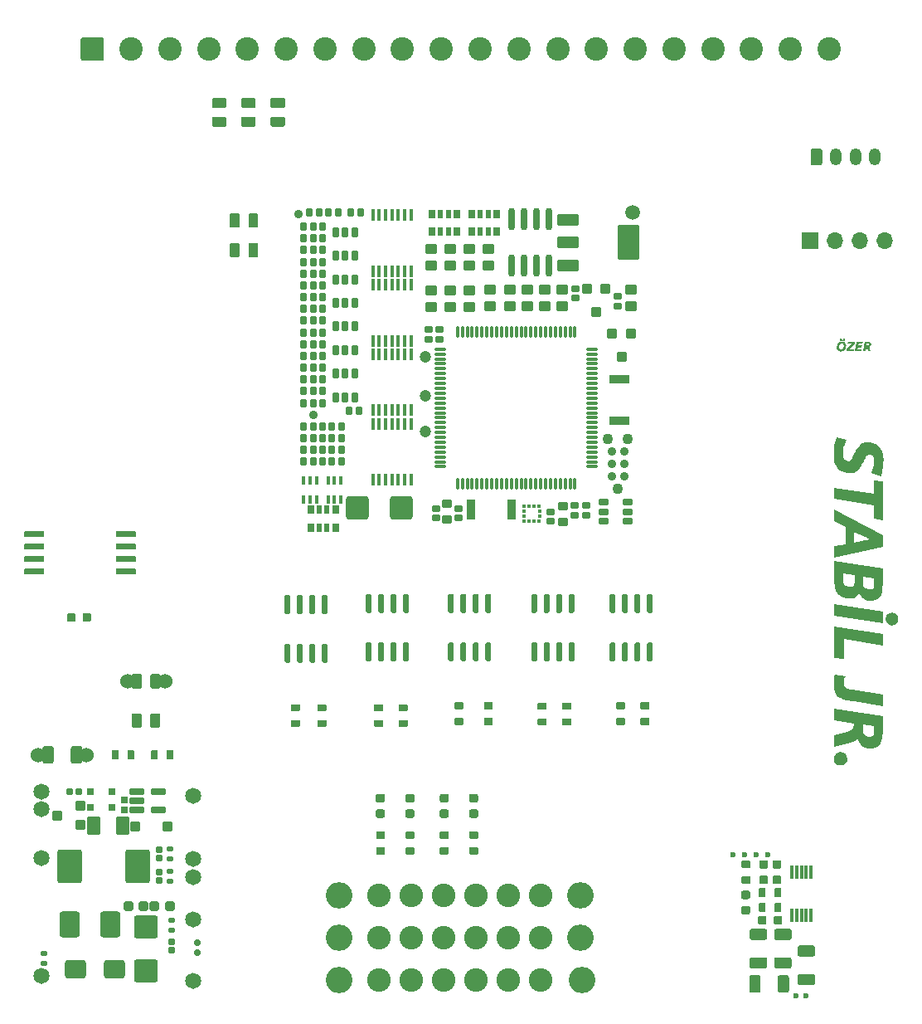
<source format=gts>
G75*
G70*
%OFA0B0*%
%FSLAX25Y25*%
%IPPOS*%
%LPD*%
%AMOC8*
5,1,8,0,0,1.08239X$1,22.5*
%
%AMM224*
21,1,0.029530,0.026380,0.000000,-0.000000,180.000000*
21,1,0.020470,0.035430,0.000000,-0.000000,180.000000*
1,1,0.009060,-0.010240,0.013190*
1,1,0.009060,0.010240,0.013190*
1,1,0.009060,0.010240,-0.013190*
1,1,0.009060,-0.010240,-0.013190*
%
%AMM225*
21,1,0.021650,0.027950,0.000000,-0.000000,180.000000*
21,1,0.014170,0.035430,0.000000,-0.000000,180.000000*
1,1,0.007480,-0.007090,0.013980*
1,1,0.007480,0.007090,0.013980*
1,1,0.007480,0.007090,-0.013980*
1,1,0.007480,-0.007090,-0.013980*
%
%AMM226*
21,1,0.016540,0.028980,0.000000,-0.000000,0.000000*
21,1,0.010080,0.035430,0.000000,-0.000000,0.000000*
1,1,0.006460,0.005040,-0.014490*
1,1,0.006460,-0.005040,-0.014490*
1,1,0.006460,-0.005040,0.014490*
1,1,0.006460,0.005040,0.014490*
%
%AMM227*
21,1,0.027560,0.030710,0.000000,-0.000000,90.000000*
21,1,0.018900,0.039370,0.000000,-0.000000,90.000000*
1,1,0.008660,0.015350,0.009450*
1,1,0.008660,0.015350,-0.009450*
1,1,0.008660,-0.015350,-0.009450*
1,1,0.008660,-0.015350,0.009450*
%
%AMM228*
21,1,0.031500,0.018900,0.000000,-0.000000,0.000000*
21,1,0.022840,0.027560,0.000000,-0.000000,0.000000*
1,1,0.008660,0.011420,-0.009450*
1,1,0.008660,-0.011420,-0.009450*
1,1,0.008660,-0.011420,0.009450*
1,1,0.008660,0.011420,0.009450*
%
%AMM229*
21,1,0.035430,0.072440,0.000000,-0.000000,0.000000*
21,1,0.025200,0.082680,0.000000,-0.000000,0.000000*
1,1,0.010240,0.012600,-0.036220*
1,1,0.010240,-0.012600,-0.036220*
1,1,0.010240,-0.012600,0.036220*
1,1,0.010240,0.012600,0.036220*
%
%AMM230*
21,1,0.031500,0.018900,0.000000,-0.000000,90.000000*
21,1,0.022840,0.027560,0.000000,-0.000000,90.000000*
1,1,0.008660,0.009450,0.011420*
1,1,0.008660,0.009450,-0.011420*
1,1,0.008660,-0.009450,-0.011420*
1,1,0.008660,-0.009450,0.011420*
%
%AMM231*
21,1,0.027560,0.030710,0.000000,-0.000000,180.000000*
21,1,0.018900,0.039370,0.000000,-0.000000,180.000000*
1,1,0.008660,-0.009450,0.015350*
1,1,0.008660,0.009450,0.015350*
1,1,0.008660,0.009450,-0.015350*
1,1,0.008660,-0.009450,-0.015350*
%
%AMM232*
21,1,0.039370,0.030320,0.000000,-0.000000,180.000000*
21,1,0.028350,0.041340,0.000000,-0.000000,180.000000*
1,1,0.011020,-0.014170,0.015160*
1,1,0.011020,0.014170,0.015160*
1,1,0.011020,0.014170,-0.015160*
1,1,0.011020,-0.014170,-0.015160*
%
%AMM233*
21,1,0.047240,0.075980,0.000000,-0.000000,270.000000*
21,1,0.034650,0.088580,0.000000,-0.000000,270.000000*
1,1,0.012600,-0.037990,-0.017320*
1,1,0.012600,-0.037990,0.017320*
1,1,0.012600,0.037990,0.017320*
1,1,0.012600,0.037990,-0.017320*
%
%AMM234*
21,1,0.043310,0.035430,0.000000,-0.000000,270.000000*
21,1,0.031500,0.047240,0.000000,-0.000000,270.000000*
1,1,0.011810,-0.017720,-0.015750*
1,1,0.011810,-0.017720,0.015750*
1,1,0.011810,0.017720,0.015750*
1,1,0.011810,0.017720,-0.015750*
%
%AMM235*
21,1,0.031500,0.030710,0.000000,-0.000000,270.000000*
21,1,0.022050,0.040160,0.000000,-0.000000,270.000000*
1,1,0.009450,-0.015350,-0.011020*
1,1,0.009450,-0.015350,0.011020*
1,1,0.009450,0.015350,0.011020*
1,1,0.009450,0.015350,-0.011020*
%
%AMM236*
21,1,0.035430,0.072440,0.000000,-0.000000,270.000000*
21,1,0.025200,0.082680,0.000000,-0.000000,270.000000*
1,1,0.010240,-0.036220,-0.012600*
1,1,0.010240,-0.036220,0.012600*
1,1,0.010240,0.036220,0.012600*
1,1,0.010240,0.036220,-0.012600*
%
%AMM237*
21,1,0.141730,0.067720,0.000000,-0.000000,270.000000*
21,1,0.120870,0.088580,0.000000,-0.000000,270.000000*
1,1,0.020870,-0.033860,-0.060430*
1,1,0.020870,-0.033860,0.060430*
1,1,0.020870,0.033860,0.060430*
1,1,0.020870,0.033860,-0.060430*
%
%AMM238*
21,1,0.047240,0.075990,0.000000,-0.000000,270.000000*
21,1,0.034650,0.088580,0.000000,-0.000000,270.000000*
1,1,0.012600,-0.037990,-0.017320*
1,1,0.012600,-0.037990,0.017320*
1,1,0.012600,0.037990,0.017320*
1,1,0.012600,0.037990,-0.017320*
%
%AMM239*
21,1,0.090550,0.073230,0.000000,-0.000000,0.000000*
21,1,0.069290,0.094490,0.000000,-0.000000,0.000000*
1,1,0.021260,0.034650,-0.036610*
1,1,0.021260,-0.034650,-0.036610*
1,1,0.021260,-0.034650,0.036610*
1,1,0.021260,0.034650,0.036610*
%
%AMM69*
21,1,0.092130,0.073230,0.000000,0.000000,270.000000*
21,1,0.069290,0.096060,0.000000,0.000000,270.000000*
1,1,0.022840,-0.036610,-0.034650*
1,1,0.022840,-0.036610,0.034650*
1,1,0.022840,0.036610,0.034650*
1,1,0.022840,0.036610,-0.034650*
%
%AMM70*
21,1,0.100000,0.111020,0.000000,0.000000,0.000000*
21,1,0.075590,0.135430,0.000000,0.000000,0.000000*
1,1,0.024410,0.037800,-0.055510*
1,1,0.024410,-0.037800,-0.055510*
1,1,0.024410,-0.037800,0.055510*
1,1,0.024410,0.037800,0.055510*
%
%AMM71*
21,1,0.080320,0.083460,0.000000,0.000000,0.000000*
21,1,0.059840,0.103940,0.000000,0.000000,0.000000*
1,1,0.020470,0.029920,-0.041730*
1,1,0.020470,-0.029920,-0.041730*
1,1,0.020470,-0.029920,0.041730*
1,1,0.020470,0.029920,0.041730*
%
%AMM72*
21,1,0.084250,0.053540,0.000000,0.000000,180.000000*
21,1,0.065350,0.072440,0.000000,0.000000,180.000000*
1,1,0.018900,-0.032680,0.026770*
1,1,0.018900,0.032680,0.026770*
1,1,0.018900,0.032680,-0.026770*
1,1,0.018900,-0.032680,-0.026770*
%
%AMM73*
21,1,0.040950,0.030320,0.000000,0.000000,90.000000*
21,1,0.028350,0.042910,0.000000,0.000000,90.000000*
1,1,0.012600,0.015160,0.014170*
1,1,0.012600,0.015160,-0.014170*
1,1,0.012600,-0.015160,-0.014170*
1,1,0.012600,-0.015160,0.014170*
%
%AMM74*
21,1,0.027170,0.052760,0.000000,0.000000,270.000000*
21,1,0.017320,0.062600,0.000000,0.000000,270.000000*
1,1,0.009840,-0.026380,-0.008660*
1,1,0.009840,-0.026380,0.008660*
1,1,0.009840,0.026380,0.008660*
1,1,0.009840,0.026380,-0.008660*
%
%AMM75*
21,1,0.041340,0.026770,0.000000,0.000000,0.000000*
21,1,0.029130,0.038980,0.000000,0.000000,0.000000*
1,1,0.012210,0.014570,-0.013390*
1,1,0.012210,-0.014570,-0.013390*
1,1,0.012210,-0.014570,0.013390*
1,1,0.012210,0.014570,0.013390*
%
%AMM76*
21,1,0.076380,0.036220,0.000000,0.000000,90.000000*
21,1,0.061810,0.050790,0.000000,0.000000,90.000000*
1,1,0.014570,0.018110,0.030910*
1,1,0.014570,0.018110,-0.030910*
1,1,0.014570,-0.018110,-0.030910*
1,1,0.014570,-0.018110,0.030910*
%
%AMM77*
21,1,0.038980,0.026770,0.000000,0.000000,0.000000*
21,1,0.026770,0.038980,0.000000,0.000000,0.000000*
1,1,0.012210,0.013390,-0.013390*
1,1,0.012210,-0.013390,-0.013390*
1,1,0.012210,-0.013390,0.013390*
1,1,0.012210,0.013390,0.013390*
%
%AMM78*
21,1,0.021260,0.016540,0.000000,0.000000,270.000000*
21,1,0.012600,0.025200,0.000000,0.000000,270.000000*
1,1,0.008660,-0.008270,-0.006300*
1,1,0.008660,-0.008270,0.006300*
1,1,0.008660,0.008270,0.006300*
1,1,0.008660,0.008270,-0.006300*
%
%AMM79*
21,1,0.029130,0.018900,0.000000,0.000000,90.000000*
21,1,0.018900,0.029130,0.000000,0.000000,90.000000*
1,1,0.010240,0.009450,0.009450*
1,1,0.010240,0.009450,-0.009450*
1,1,0.010240,-0.009450,-0.009450*
1,1,0.010240,-0.009450,0.009450*
%
%AMM80*
21,1,0.025200,0.019680,0.000000,0.000000,0.000000*
21,1,0.015750,0.029130,0.000000,0.000000,0.000000*
1,1,0.009450,0.007870,-0.009840*
1,1,0.009450,-0.007870,-0.009840*
1,1,0.009450,-0.007870,0.009840*
1,1,0.009450,0.007870,0.009840*
%
%AMM81*
21,1,0.025200,0.019680,0.000000,0.000000,270.000000*
21,1,0.015750,0.029130,0.000000,0.000000,270.000000*
1,1,0.009450,-0.009840,-0.007870*
1,1,0.009450,-0.009840,0.007870*
1,1,0.009450,0.009840,0.007870*
1,1,0.009450,0.009840,-0.007870*
%
%ADD10C,0.06000*%
%ADD104O,0.05118X0.01260*%
%ADD105O,0.01260X0.05118*%
%ADD107C,0.03494*%
%ADD11C,0.02362*%
%ADD110R,0.01772X0.01378*%
%ADD111R,0.01378X0.01772*%
%ADD123C,0.03543*%
%ADD125C,0.04724*%
%ADD126C,0.04294*%
%ADD17O,0.04724X0.06890*%
%ADD178M69*%
%ADD179M70*%
%ADD18C,0.05906*%
%ADD180M71*%
%ADD181M72*%
%ADD182M73*%
%ADD183M74*%
%ADD184M75*%
%ADD185M76*%
%ADD186M77*%
%ADD187M78*%
%ADD188M79*%
%ADD189M80*%
%ADD190M81*%
%ADD191C,0.02913*%
%ADD192C,0.06457*%
%ADD233O,0.01575X0.04724*%
%ADD240O,0.02756X0.09055*%
%ADD28R,0.06693X0.06693*%
%ADD29O,0.06693X0.06693*%
%ADD354M224*%
%ADD355M225*%
%ADD356M226*%
%ADD357M227*%
%ADD358M228*%
%ADD359M229*%
%ADD360M230*%
%ADD361M231*%
%ADD362M232*%
%ADD363M233*%
%ADD364M234*%
%ADD365M235*%
%ADD366M236*%
%ADD367M237*%
%ADD368M238*%
%ADD369M239*%
%ADD396R,0.01181X0.05512*%
%ADD44C,0.09449*%
%ADD46C,0.01969*%
%ADD48C,0.00984*%
%ADD49O,0.10643X0.10643*%
%ADD50O,0.09461X0.09461*%
X0000000Y0000000D02*
%LPD*%
G01*
D48*
G36*
X0347138Y0284128D02*
G01*
X0347330Y0284104D01*
X0347552Y0284052D01*
X0347754Y0283976D01*
X0347935Y0283875D01*
X0348097Y0283749D01*
X0348211Y0283631D01*
X0348339Y0283458D01*
X0348441Y0283267D01*
X0348515Y0283058D01*
X0348564Y0282832D01*
X0348584Y0282629D01*
X0348587Y0282502D01*
X0348578Y0282254D01*
X0348551Y0282017D01*
X0348506Y0281790D01*
X0348442Y0281573D01*
X0348361Y0281366D01*
X0348261Y0281169D01*
X0348143Y0280983D01*
X0348007Y0280806D01*
X0347863Y0280653D01*
X0347711Y0280520D01*
X0347550Y0280407D01*
X0347381Y0280315D01*
X0347281Y0280272D01*
X0347079Y0280206D01*
X0346884Y0280165D01*
X0346673Y0280142D01*
X0346477Y0280135D01*
X0346276Y0280143D01*
X0346043Y0280173D01*
X0345829Y0280225D01*
X0345634Y0280301D01*
X0345459Y0280400D01*
X0345304Y0280522D01*
X0345220Y0280606D01*
X0345082Y0280784D01*
X0344973Y0280981D01*
X0344893Y0281198D01*
X0344847Y0281393D01*
X0344821Y0281602D01*
X0344815Y0281779D01*
X0345769Y0281779D01*
X0345783Y0281567D01*
X0345831Y0281360D01*
X0345914Y0281186D01*
X0345988Y0281087D01*
X0346152Y0280957D01*
X0346336Y0280891D01*
X0346509Y0280874D01*
X0346723Y0280898D01*
X0346918Y0280969D01*
X0347094Y0281087D01*
X0347230Y0281227D01*
X0347333Y0281370D01*
X0347426Y0281539D01*
X0347503Y0281726D01*
X0347559Y0281910D01*
X0347575Y0281975D01*
X0347612Y0282165D01*
X0347634Y0282360D01*
X0347639Y0282498D01*
X0347625Y0282706D01*
X0347577Y0282910D01*
X0347493Y0283084D01*
X0347417Y0283183D01*
X0347268Y0283305D01*
X0347083Y0283376D01*
X0346883Y0283397D01*
X0346675Y0283372D01*
X0346481Y0283297D01*
X0346318Y0283185D01*
X0346174Y0283040D01*
X0346050Y0282866D01*
X0345958Y0282686D01*
X0345900Y0282536D01*
X0345843Y0282348D01*
X0345802Y0282159D01*
X0345775Y0281946D01*
X0345769Y0281779D01*
X0344815Y0281779D01*
X0344815Y0281780D01*
X0344823Y0281999D01*
X0344847Y0282213D01*
X0344886Y0282422D01*
X0344942Y0282625D01*
X0345013Y0282823D01*
X0345040Y0282887D01*
X0345128Y0283070D01*
X0345227Y0283240D01*
X0345362Y0283426D01*
X0345513Y0283593D01*
X0345681Y0283742D01*
X0345803Y0283830D01*
X0345981Y0283934D01*
X0346174Y0284016D01*
X0346384Y0284077D01*
X0346609Y0284116D01*
X0346809Y0284133D01*
X0346934Y0284136D01*
X0347138Y0284128D01*
G37*
G36*
X0346684Y0285272D02*
G01*
X0346852Y0285163D01*
X0346861Y0285154D01*
X0346965Y0284989D01*
X0346994Y0284812D01*
X0346957Y0284615D01*
X0346861Y0284471D01*
X0346694Y0284358D01*
X0346501Y0284320D01*
X0346487Y0284320D01*
X0346293Y0284353D01*
X0346123Y0284462D01*
X0346113Y0284471D01*
X0346010Y0284635D01*
X0345981Y0284810D01*
X0346014Y0285001D01*
X0346113Y0285155D01*
X0346284Y0285267D01*
X0346479Y0285305D01*
X0346493Y0285305D01*
X0346684Y0285272D01*
G37*
G36*
X0347927Y0285267D02*
G01*
X0348092Y0285154D01*
X0348196Y0284989D01*
X0348225Y0284812D01*
X0348187Y0284615D01*
X0348092Y0284471D01*
X0347925Y0284358D01*
X0347732Y0284320D01*
X0347718Y0284320D01*
X0347523Y0284353D01*
X0347353Y0284462D01*
X0347344Y0284471D01*
X0347241Y0284635D01*
X0347211Y0284810D01*
X0347245Y0285002D01*
X0347344Y0285155D01*
X0347515Y0285267D01*
X0347712Y0285305D01*
X0347726Y0285305D01*
X0347927Y0285267D01*
G37*
G36*
X0348602Y0280197D02*
G01*
X0348704Y0280848D01*
X0350859Y0283335D01*
X0349167Y0283335D01*
X0349283Y0284074D01*
X0352188Y0284074D01*
X0352083Y0283420D01*
X0349910Y0280935D01*
X0351752Y0280935D01*
X0351633Y0280197D01*
X0348602Y0280197D01*
G37*
G36*
X0352192Y0280197D02*
G01*
X0352808Y0284074D01*
X0355266Y0284074D01*
X0355150Y0283335D01*
X0353617Y0283335D01*
X0353490Y0282535D01*
X0354944Y0282535D01*
X0354829Y0281797D01*
X0353374Y0281797D01*
X0353236Y0280935D01*
X0354846Y0280935D01*
X0354731Y0280197D01*
X0352192Y0280197D01*
G37*
G36*
X0357422Y0284070D02*
G01*
X0357644Y0284053D01*
X0357838Y0284025D01*
X0358029Y0283976D01*
X0358201Y0283899D01*
X0358367Y0283776D01*
X0358491Y0283624D01*
X0358575Y0283443D01*
X0358619Y0283233D01*
X0358625Y0283100D01*
X0358608Y0282880D01*
X0358554Y0282682D01*
X0358464Y0282506D01*
X0358339Y0282352D01*
X0358251Y0282274D01*
X0358080Y0282160D01*
X0357902Y0282081D01*
X0357817Y0282057D01*
X0357958Y0281915D01*
X0358006Y0281832D01*
X0358077Y0281646D01*
X0358138Y0281453D01*
X0358194Y0281260D01*
X0358203Y0281230D01*
X0358495Y0280197D01*
X0357548Y0280197D01*
X0357346Y0280950D01*
X0357294Y0281137D01*
X0357230Y0281335D01*
X0357150Y0281523D01*
X0357125Y0281566D01*
X0356980Y0281696D01*
X0356908Y0281720D01*
X0356719Y0281735D01*
X0356596Y0281735D01*
X0356352Y0280197D01*
X0355425Y0280197D01*
X0355787Y0282474D01*
X0356686Y0282474D01*
X0356937Y0282474D01*
X0357134Y0282485D01*
X0357329Y0282527D01*
X0357483Y0282609D01*
X0357613Y0282756D01*
X0357678Y0282951D01*
X0357683Y0283031D01*
X0357641Y0283225D01*
X0357514Y0283343D01*
X0357323Y0283387D01*
X0357113Y0283397D01*
X0357095Y0283397D01*
X0356833Y0283397D01*
X0356686Y0282474D01*
X0355787Y0282474D01*
X0356041Y0284074D01*
X0357216Y0284074D01*
X0357422Y0284070D01*
G37*
D46*
G36*
X0344816Y0245592D02*
G01*
X0348773Y0244548D01*
X0348363Y0243615D01*
X0347999Y0242712D01*
X0347840Y0242265D01*
X0347571Y0241329D01*
X0347374Y0240316D01*
X0347287Y0239329D01*
X0347282Y0239039D01*
X0347378Y0238055D01*
X0347737Y0237136D01*
X0348090Y0236702D01*
X0348921Y0236181D01*
X0349460Y0236096D01*
X0350371Y0236442D01*
X0350509Y0236582D01*
X0351058Y0237394D01*
X0351105Y0237486D01*
X0351893Y0239067D01*
X0352360Y0239961D01*
X0352889Y0240870D01*
X0353474Y0241732D01*
X0354107Y0242478D01*
X0354244Y0242611D01*
X0355072Y0243204D01*
X0356042Y0243578D01*
X0357037Y0243726D01*
X0357393Y0243736D01*
X0358390Y0243662D01*
X0359467Y0243388D01*
X0360450Y0242913D01*
X0361340Y0242237D01*
X0361918Y0241630D01*
X0362486Y0240843D01*
X0362937Y0239967D01*
X0363271Y0239002D01*
X0363486Y0237948D01*
X0363584Y0236805D01*
X0363591Y0236404D01*
X0363564Y0235425D01*
X0363485Y0234439D01*
X0363352Y0233446D01*
X0363166Y0232445D01*
X0362928Y0231437D01*
X0362636Y0230422D01*
X0362504Y0230014D01*
X0358865Y0231279D01*
X0359216Y0232366D01*
X0359495Y0233377D01*
X0359728Y0234462D01*
X0359862Y0235443D01*
X0359898Y0236202D01*
X0359796Y0237164D01*
X0359389Y0238071D01*
X0359278Y0238207D01*
X0358449Y0238758D01*
X0357922Y0238832D01*
X0357009Y0238456D01*
X0356802Y0238216D01*
X0356311Y0237373D01*
X0355821Y0236433D01*
X0355663Y0236120D01*
X0355165Y0235159D01*
X0354623Y0234198D01*
X0354057Y0233310D01*
X0353427Y0232517D01*
X0353369Y0232457D01*
X0352600Y0231845D01*
X0351689Y0231434D01*
X0350636Y0231223D01*
X0349989Y0231192D01*
X0348919Y0231268D01*
X0347931Y0231497D01*
X0347028Y0231878D01*
X0346208Y0232412D01*
X0345471Y0233098D01*
X0345244Y0233360D01*
X0344682Y0234170D01*
X0344236Y0235086D01*
X0343906Y0236111D01*
X0343693Y0237242D01*
X0343604Y0238267D01*
X0343590Y0238918D01*
X0343620Y0240030D01*
X0343710Y0241115D01*
X0343859Y0242176D01*
X0344069Y0243211D01*
X0344338Y0244221D01*
X0344667Y0245205D01*
X0344816Y0245592D01*
G37*
G36*
X0343898Y0225471D02*
G01*
X0359591Y0222985D01*
X0359591Y0228413D01*
X0363283Y0227817D01*
X0363283Y0212359D01*
X0359591Y0212956D01*
X0359591Y0218350D01*
X0343898Y0220850D01*
X0343898Y0225471D01*
G37*
G36*
X0363283Y0206330D02*
G01*
X0363283Y0201628D01*
X0343898Y0197176D01*
X0343898Y0201859D01*
X0348513Y0202753D01*
X0348513Y0203407D01*
X0351898Y0203407D01*
X0354720Y0203950D01*
X0355788Y0204166D01*
X0356744Y0204348D01*
X0357785Y0204527D01*
X0358326Y0204609D01*
X0357378Y0205043D01*
X0356433Y0205506D01*
X0355542Y0205956D01*
X0355422Y0206018D01*
X0351898Y0207758D01*
X0351898Y0203407D01*
X0348513Y0203407D01*
X0348513Y0209537D01*
X0343898Y0211850D01*
X0343898Y0216701D01*
X0363283Y0206330D01*
G37*
G36*
X0363283Y0192916D02*
G01*
X0363283Y0187325D01*
X0363268Y0186254D01*
X0363215Y0185182D01*
X0363107Y0184167D01*
X0362971Y0183435D01*
X0362643Y0182474D01*
X0362101Y0181580D01*
X0361371Y0180871D01*
X0361115Y0180694D01*
X0360216Y0180267D01*
X0359205Y0180036D01*
X0358470Y0179992D01*
X0357455Y0180075D01*
X0356416Y0180371D01*
X0355505Y0180882D01*
X0354722Y0181608D01*
X0354634Y0181714D01*
X0354078Y0182532D01*
X0353826Y0183132D01*
X0353354Y0182272D01*
X0352543Y0181548D01*
X0351596Y0181141D01*
X0350608Y0180960D01*
X0349859Y0180925D01*
X0348807Y0181000D01*
X0347809Y0181224D01*
X0346864Y0181597D01*
X0346681Y0181690D01*
X0345796Y0182265D01*
X0345089Y0182986D01*
X0344558Y0183852D01*
X0344340Y0184396D01*
X0344088Y0185376D01*
X0343960Y0186336D01*
X0343905Y0187310D01*
X0343898Y0187839D01*
X0343898Y0189392D01*
X0347282Y0189392D01*
X0347316Y0188346D01*
X0347450Y0187363D01*
X0347710Y0186661D01*
X0348427Y0186010D01*
X0348773Y0185844D01*
X0349733Y0185605D01*
X0350119Y0185584D01*
X0351092Y0185752D01*
X0351821Y0186349D01*
X0352142Y0187316D01*
X0352182Y0187921D01*
X0355283Y0187921D01*
X0355343Y0186872D01*
X0355574Y0185922D01*
X0355898Y0185387D01*
X0356696Y0184818D01*
X0357702Y0184568D01*
X0358028Y0184555D01*
X0358982Y0184751D01*
X0359644Y0185445D01*
X0359856Y0186383D01*
X0359898Y0187377D01*
X0359898Y0188926D01*
X0355283Y0189661D01*
X0355283Y0187921D01*
X0352182Y0187921D01*
X0352206Y0188272D01*
X0352206Y0190156D01*
X0347282Y0190930D01*
X0347282Y0189392D01*
X0343898Y0189392D01*
X0343898Y0195993D01*
X0363283Y0192916D01*
G37*
G36*
X0343898Y0178680D02*
G01*
X0363283Y0175603D01*
X0363283Y0170968D01*
X0343898Y0174045D01*
X0343898Y0178680D01*
G37*
G36*
X0369437Y0172631D02*
G01*
X0369272Y0171679D01*
X0368729Y0170837D01*
X0368683Y0170790D01*
X0367858Y0170272D01*
X0366976Y0170127D01*
X0365986Y0170314D01*
X0365269Y0170790D01*
X0364703Y0171628D01*
X0364515Y0172590D01*
X0364514Y0172660D01*
X0364680Y0173634D01*
X0365222Y0174484D01*
X0365269Y0174531D01*
X0366089Y0175048D01*
X0366961Y0175194D01*
X0367924Y0175028D01*
X0368687Y0174531D01*
X0369250Y0173678D01*
X0369437Y0172703D01*
X0369437Y0172631D01*
G37*
G36*
X0343898Y0169776D02*
G01*
X0363283Y0166698D01*
X0363283Y0162059D01*
X0347590Y0164559D01*
X0347590Y0156506D01*
X0343898Y0157083D01*
X0343898Y0169776D01*
G37*
G36*
X0363283Y0142317D02*
G01*
X0363283Y0137678D01*
X0351864Y0139505D01*
X0350800Y0139672D01*
X0349692Y0139862D01*
X0348633Y0140068D01*
X0347640Y0140310D01*
X0347268Y0140433D01*
X0346333Y0140873D01*
X0345535Y0141415D01*
X0344799Y0142146D01*
X0344345Y0142803D01*
X0343947Y0143717D01*
X0343715Y0144675D01*
X0343608Y0145634D01*
X0343590Y0146284D01*
X0343619Y0147285D01*
X0343725Y0148372D01*
X0343908Y0149399D01*
X0344167Y0150365D01*
X0344205Y0150481D01*
X0348258Y0149601D01*
X0347906Y0148652D01*
X0347655Y0147648D01*
X0347590Y0146923D01*
X0347756Y0145925D01*
X0348351Y0145099D01*
X0348456Y0145020D01*
X0349411Y0144626D01*
X0350368Y0144402D01*
X0351076Y0144274D01*
X0363283Y0142317D01*
G37*
G36*
X0363283Y0133529D02*
G01*
X0363283Y0127653D01*
X0363262Y0126623D01*
X0363180Y0125513D01*
X0363036Y0124543D01*
X0362791Y0123587D01*
X0362408Y0122725D01*
X0361795Y0121899D01*
X0361035Y0121276D01*
X0360130Y0120855D01*
X0359079Y0120638D01*
X0358413Y0120605D01*
X0357313Y0120694D01*
X0356323Y0120963D01*
X0355443Y0121410D01*
X0354673Y0122037D01*
X0354283Y0122475D01*
X0353714Y0123330D01*
X0353319Y0124223D01*
X0353196Y0124648D01*
X0352491Y0123943D01*
X0352071Y0123701D01*
X0351142Y0123348D01*
X0350176Y0123044D01*
X0349214Y0122760D01*
X0349061Y0122716D01*
X0343898Y0121259D01*
X0343898Y0125990D01*
X0347662Y0127004D01*
X0348599Y0127264D01*
X0349587Y0127582D01*
X0350527Y0127980D01*
X0350744Y0128105D01*
X0351392Y0128834D01*
X0351465Y0129048D01*
X0355283Y0129048D01*
X0355336Y0128060D01*
X0355548Y0127086D01*
X0355961Y0126317D01*
X0356693Y0125669D01*
X0357670Y0125341D01*
X0358067Y0125317D01*
X0359039Y0125528D01*
X0359629Y0126163D01*
X0359847Y0127115D01*
X0359898Y0128166D01*
X0359898Y0128259D01*
X0359898Y0129567D01*
X0355283Y0130302D01*
X0355283Y0129048D01*
X0351465Y0129048D01*
X0351513Y0129192D01*
X0351590Y0130139D01*
X0351590Y0130754D01*
X0343898Y0131971D01*
X0343898Y0136606D01*
X0363283Y0133529D01*
G37*
G36*
X0349129Y0116504D02*
G01*
X0348966Y0115530D01*
X0348430Y0114661D01*
X0348278Y0114508D01*
X0347407Y0113993D01*
X0346399Y0113822D01*
X0346326Y0113821D01*
X0345344Y0113973D01*
X0344488Y0114471D01*
X0344441Y0114513D01*
X0343859Y0115297D01*
X0343603Y0116242D01*
X0343590Y0116542D01*
X0343753Y0117516D01*
X0344289Y0118378D01*
X0344441Y0118528D01*
X0345267Y0119049D01*
X0346238Y0119251D01*
X0346379Y0119254D01*
X0347363Y0119093D01*
X0348230Y0118568D01*
X0348278Y0118523D01*
X0348859Y0117741D01*
X0349115Y0116801D01*
X0349129Y0116504D01*
G37*
G36*
G01*
X0125610Y0138386D02*
X0128681Y0138386D01*
G75*
G02*
X0128957Y0138110I0000000J-000276D01*
G01*
X0128957Y0135906D01*
G75*
G02*
X0128681Y0135630I-000276J0000000D01*
G01*
X0125610Y0135630D01*
G75*
G02*
X0125335Y0135906I0000000J0000276D01*
G01*
X0125335Y0138110D01*
G75*
G02*
X0125610Y0138386I0000276J0000000D01*
G01*
G37*
G36*
G01*
X0125610Y0132087D02*
X0128681Y0132087D01*
G75*
G02*
X0128957Y0131811I0000000J-000276D01*
G01*
X0128957Y0129606D01*
G75*
G02*
X0128681Y0129331I-000276J0000000D01*
G01*
X0125610Y0129331D01*
G75*
G02*
X0125335Y0129606I0000000J0000276D01*
G01*
X0125335Y0131811D01*
G75*
G02*
X0125610Y0132087I0000276J0000000D01*
G01*
G37*
G36*
G01*
X0227913Y0129921D02*
X0224843Y0129921D01*
G75*
G02*
X0224567Y0130197I0000000J0000276D01*
G01*
X0224567Y0132402D01*
G75*
G02*
X0224843Y0132677I0000276J0000000D01*
G01*
X0227913Y0132677D01*
G75*
G02*
X0228189Y0132402I0000000J-000276D01*
G01*
X0228189Y0130197D01*
G75*
G02*
X0227913Y0129921I-000276J0000000D01*
G01*
G37*
G36*
G01*
X0227913Y0136220D02*
X0224843Y0136220D01*
G75*
G02*
X0224567Y0136496I0000000J0000276D01*
G01*
X0224567Y0138701D01*
G75*
G02*
X0224843Y0138976I0000276J0000000D01*
G01*
X0227913Y0138976D01*
G75*
G02*
X0228189Y0138701I0000000J-000276D01*
G01*
X0228189Y0136496D01*
G75*
G02*
X0227913Y0136220I-000276J0000000D01*
G01*
G37*
G36*
G01*
X0063031Y0192692D02*
X0063031Y0190694D01*
G75*
G02*
X0062869Y0190531I-000163J0000000D01*
G01*
X0055241Y0190531D01*
G75*
G02*
X0055079Y0190694I0000000J0000163D01*
G01*
X0055079Y0192692D01*
G75*
G02*
X0055241Y0192854I0000163J0000000D01*
G01*
X0062869Y0192854D01*
G75*
G02*
X0063031Y0192692I0000000J-000163D01*
G01*
G37*
G36*
G01*
X0063031Y0197692D02*
X0063031Y0195694D01*
G75*
G02*
X0062869Y0195531I-000163J0000000D01*
G01*
X0055241Y0195531D01*
G75*
G02*
X0055079Y0195694I0000000J0000163D01*
G01*
X0055079Y0197692D01*
G75*
G02*
X0055241Y0197854I0000163J0000000D01*
G01*
X0062869Y0197854D01*
G75*
G02*
X0063031Y0197692I0000000J-000163D01*
G01*
G37*
G36*
G01*
X0063031Y0202692D02*
X0063031Y0200694D01*
G75*
G02*
X0062869Y0200531I-000163J0000000D01*
G01*
X0055241Y0200531D01*
G75*
G02*
X0055079Y0200694I0000000J0000163D01*
G01*
X0055079Y0202692D01*
G75*
G02*
X0055241Y0202854I0000163J0000000D01*
G01*
X0062869Y0202854D01*
G75*
G02*
X0063031Y0202692I0000000J-000163D01*
G01*
G37*
G36*
G01*
X0063031Y0207692D02*
X0063031Y0205694D01*
G75*
G02*
X0062869Y0205531I-000163J0000000D01*
G01*
X0055241Y0205531D01*
G75*
G02*
X0055079Y0205694I0000000J0000163D01*
G01*
X0055079Y0207692D01*
G75*
G02*
X0055241Y0207854I0000163J0000000D01*
G01*
X0062869Y0207854D01*
G75*
G02*
X0063031Y0207692I0000000J-000163D01*
G01*
G37*
G36*
G01*
X0026181Y0207692D02*
X0026181Y0205694D01*
G75*
G02*
X0026019Y0205531I-000163J0000000D01*
G01*
X0018391Y0205531D01*
G75*
G02*
X0018228Y0205694I0000000J0000163D01*
G01*
X0018228Y0207692D01*
G75*
G02*
X0018391Y0207854I0000163J0000000D01*
G01*
X0026019Y0207854D01*
G75*
G02*
X0026181Y0207692I0000000J-000163D01*
G01*
G37*
G36*
G01*
X0026181Y0202692D02*
X0026181Y0200694D01*
G75*
G02*
X0026019Y0200531I-000163J0000000D01*
G01*
X0018391Y0200531D01*
G75*
G02*
X0018228Y0200694I0000000J0000163D01*
G01*
X0018228Y0202692D01*
G75*
G02*
X0018391Y0202854I0000163J0000000D01*
G01*
X0026019Y0202854D01*
G75*
G02*
X0026181Y0202692I0000000J-000163D01*
G01*
G37*
G36*
G01*
X0026181Y0197692D02*
X0026181Y0195694D01*
G75*
G02*
X0026019Y0195531I-000163J0000000D01*
G01*
X0018391Y0195531D01*
G75*
G02*
X0018228Y0195694I0000000J0000163D01*
G01*
X0018228Y0197692D01*
G75*
G02*
X0018391Y0197854I0000163J0000000D01*
G01*
X0026019Y0197854D01*
G75*
G02*
X0026181Y0197692I0000000J-000163D01*
G01*
G37*
G36*
G01*
X0026181Y0192692D02*
X0026181Y0190694D01*
G75*
G02*
X0026019Y0190531I-000163J0000000D01*
G01*
X0018391Y0190531D01*
G75*
G02*
X0018228Y0190694I0000000J0000163D01*
G01*
X0018228Y0192692D01*
G75*
G02*
X0018391Y0192854I0000163J0000000D01*
G01*
X0026019Y0192854D01*
G75*
G02*
X0026181Y0192692I0000000J-000163D01*
G01*
G37*
D10*
X0059626Y0147638D03*
G36*
G01*
X0061417Y0145177D02*
X0061417Y0150098D01*
G75*
G02*
X0061811Y0150492I0000394J0000000D01*
G01*
X0064961Y0150492D01*
G75*
G02*
X0065354Y0150098I0000000J-000394D01*
G01*
X0065354Y0145177D01*
G75*
G02*
X0064961Y0144783I-000394J0000000D01*
G01*
X0061811Y0144783D01*
G75*
G02*
X0061417Y0145177I0000000J0000394D01*
G01*
G37*
G36*
G01*
X0068898Y0145177D02*
X0068898Y0150098D01*
G75*
G02*
X0069291Y0150492I0000394J0000000D01*
G01*
X0072441Y0150492D01*
G75*
G02*
X0072835Y0150098I0000000J-000394D01*
G01*
X0072835Y0145177D01*
G75*
G02*
X0072441Y0144783I-000394J0000000D01*
G01*
X0069291Y0144783D01*
G75*
G02*
X0068898Y0145177I0000000J0000394D01*
G01*
G37*
X0074626Y0147638D03*
G36*
G01*
X0162953Y0078150D02*
X0159882Y0078150D01*
G75*
G02*
X0159606Y0078425I0000000J0000276D01*
G01*
X0159606Y0080630D01*
G75*
G02*
X0159882Y0080906I0000276J0000000D01*
G01*
X0162953Y0080906D01*
G75*
G02*
X0163228Y0080630I0000000J-000276D01*
G01*
X0163228Y0078425D01*
G75*
G02*
X0162953Y0078150I-000276J0000000D01*
G01*
G37*
G36*
G01*
X0162953Y0084449D02*
X0159882Y0084449D01*
G75*
G02*
X0159606Y0084724I0000000J0000276D01*
G01*
X0159606Y0086929D01*
G75*
G02*
X0159882Y0087205I0000276J0000000D01*
G01*
X0162953Y0087205D01*
G75*
G02*
X0163228Y0086929I0000000J-000276D01*
G01*
X0163228Y0084724D01*
G75*
G02*
X0162953Y0084449I-000276J0000000D01*
G01*
G37*
G36*
G01*
X0200354Y0078150D02*
X0197283Y0078150D01*
G75*
G02*
X0197008Y0078425I0000000J0000276D01*
G01*
X0197008Y0080630D01*
G75*
G02*
X0197283Y0080906I0000276J0000000D01*
G01*
X0200354Y0080906D01*
G75*
G02*
X0200630Y0080630I0000000J-000276D01*
G01*
X0200630Y0078425D01*
G75*
G02*
X0200354Y0078150I-000276J0000000D01*
G01*
G37*
G36*
G01*
X0200354Y0084449D02*
X0197283Y0084449D01*
G75*
G02*
X0197008Y0084724I0000000J0000276D01*
G01*
X0197008Y0086929D01*
G75*
G02*
X0197283Y0087205I0000276J0000000D01*
G01*
X0200354Y0087205D01*
G75*
G02*
X0200630Y0086929I0000000J-000276D01*
G01*
X0200630Y0084724D01*
G75*
G02*
X0200354Y0084449I-000276J0000000D01*
G01*
G37*
G36*
G01*
X0162308Y0092766D02*
X0160290Y0092766D01*
G75*
G02*
X0159429Y0093627I0000000J0000861D01*
G01*
X0159429Y0095349D01*
G75*
G02*
X0160290Y0096211I0000861J0000000D01*
G01*
X0162308Y0096211D01*
G75*
G02*
X0163169Y0095349I0000000J-000861D01*
G01*
X0163169Y0093627D01*
G75*
G02*
X0162308Y0092766I-000861J0000000D01*
G01*
G37*
G36*
G01*
X0162308Y0098967D02*
X0160290Y0098967D01*
G75*
G02*
X0159429Y0099828I0000000J0000861D01*
G01*
X0159429Y0101550D01*
G75*
G02*
X0160290Y0102411I0000861J0000000D01*
G01*
X0162308Y0102411D01*
G75*
G02*
X0163169Y0101550I0000000J-000861D01*
G01*
X0163169Y0099828D01*
G75*
G02*
X0162308Y0098967I-000861J0000000D01*
G01*
G37*
G36*
G01*
X0157224Y0155610D02*
X0156043Y0155610D01*
G75*
G02*
X0155453Y0156201I0000000J0000591D01*
G01*
X0155453Y0162697D01*
G75*
G02*
X0156043Y0163287I0000591J0000000D01*
G01*
X0157224Y0163287D01*
G75*
G02*
X0157815Y0162697I0000000J-000591D01*
G01*
X0157815Y0156201D01*
G75*
G02*
X0157224Y0155610I-000591J0000000D01*
G01*
G37*
G36*
G01*
X0162224Y0155610D02*
X0161043Y0155610D01*
G75*
G02*
X0160453Y0156201I0000000J0000591D01*
G01*
X0160453Y0162697D01*
G75*
G02*
X0161043Y0163287I0000591J0000000D01*
G01*
X0162224Y0163287D01*
G75*
G02*
X0162815Y0162697I0000000J-000591D01*
G01*
X0162815Y0156201D01*
G75*
G02*
X0162224Y0155610I-000591J0000000D01*
G01*
G37*
G36*
G01*
X0167224Y0155610D02*
X0166043Y0155610D01*
G75*
G02*
X0165453Y0156201I0000000J0000591D01*
G01*
X0165453Y0162697D01*
G75*
G02*
X0166043Y0163287I0000591J0000000D01*
G01*
X0167224Y0163287D01*
G75*
G02*
X0167815Y0162697I0000000J-000591D01*
G01*
X0167815Y0156201D01*
G75*
G02*
X0167224Y0155610I-000591J0000000D01*
G01*
G37*
G36*
G01*
X0172224Y0155610D02*
X0171043Y0155610D01*
G75*
G02*
X0170453Y0156201I0000000J0000591D01*
G01*
X0170453Y0162697D01*
G75*
G02*
X0171043Y0163287I0000591J0000000D01*
G01*
X0172224Y0163287D01*
G75*
G02*
X0172815Y0162697I0000000J-000591D01*
G01*
X0172815Y0156201D01*
G75*
G02*
X0172224Y0155610I-000591J0000000D01*
G01*
G37*
G36*
G01*
X0172224Y0175098D02*
X0171043Y0175098D01*
G75*
G02*
X0170453Y0175689I0000000J0000591D01*
G01*
X0170453Y0182185D01*
G75*
G02*
X0171043Y0182776I0000591J0000000D01*
G01*
X0172224Y0182776D01*
G75*
G02*
X0172815Y0182185I0000000J-000591D01*
G01*
X0172815Y0175689D01*
G75*
G02*
X0172224Y0175098I-000591J0000000D01*
G01*
G37*
G36*
G01*
X0167224Y0175098D02*
X0166043Y0175098D01*
G75*
G02*
X0165453Y0175689I0000000J0000591D01*
G01*
X0165453Y0182185D01*
G75*
G02*
X0166043Y0182776I0000591J0000000D01*
G01*
X0167224Y0182776D01*
G75*
G02*
X0167815Y0182185I0000000J-000591D01*
G01*
X0167815Y0175689D01*
G75*
G02*
X0167224Y0175098I-000591J0000000D01*
G01*
G37*
G36*
G01*
X0162224Y0175098D02*
X0161043Y0175098D01*
G75*
G02*
X0160453Y0175689I0000000J0000591D01*
G01*
X0160453Y0182185D01*
G75*
G02*
X0161043Y0182776I0000591J0000000D01*
G01*
X0162224Y0182776D01*
G75*
G02*
X0162815Y0182185I0000000J-000591D01*
G01*
X0162815Y0175689D01*
G75*
G02*
X0162224Y0175098I-000591J0000000D01*
G01*
G37*
G36*
G01*
X0157224Y0175098D02*
X0156043Y0175098D01*
G75*
G02*
X0155453Y0175689I0000000J0000591D01*
G01*
X0155453Y0182185D01*
G75*
G02*
X0156043Y0182776I0000591J0000000D01*
G01*
X0157224Y0182776D01*
G75*
G02*
X0157815Y0182185I0000000J-000591D01*
G01*
X0157815Y0175689D01*
G75*
G02*
X0157224Y0175098I-000591J0000000D01*
G01*
G37*
G36*
G01*
X0105807Y0381890D02*
X0110728Y0381890D01*
G75*
G02*
X0111122Y0381496I0000000J-000394D01*
G01*
X0111122Y0378346D01*
G75*
G02*
X0110728Y0377953I-000394J0000000D01*
G01*
X0105807Y0377953D01*
G75*
G02*
X0105413Y0378346I0000000J0000394D01*
G01*
X0105413Y0381496D01*
G75*
G02*
X0105807Y0381890I0000394J0000000D01*
G01*
G37*
G36*
G01*
X0105807Y0374409D02*
X0110728Y0374409D01*
G75*
G02*
X0111122Y0374016I0000000J-000394D01*
G01*
X0111122Y0370866D01*
G75*
G02*
X0110728Y0370472I-000394J0000000D01*
G01*
X0105807Y0370472D01*
G75*
G02*
X0105413Y0370866I0000000J0000394D01*
G01*
X0105413Y0374016D01*
G75*
G02*
X0105807Y0374409I0000394J0000000D01*
G01*
G37*
G36*
G01*
X0168917Y0138386D02*
X0171988Y0138386D01*
G75*
G02*
X0172264Y0138110I0000000J-000276D01*
G01*
X0172264Y0135906D01*
G75*
G02*
X0171988Y0135630I-000276J0000000D01*
G01*
X0168917Y0135630D01*
G75*
G02*
X0168642Y0135906I0000000J0000276D01*
G01*
X0168642Y0138110D01*
G75*
G02*
X0168917Y0138386I0000276J0000000D01*
G01*
G37*
G36*
G01*
X0168917Y0132087D02*
X0171988Y0132087D01*
G75*
G02*
X0172264Y0131811I0000000J-000276D01*
G01*
X0172264Y0129606D01*
G75*
G02*
X0171988Y0129331I-000276J0000000D01*
G01*
X0168917Y0129331D01*
G75*
G02*
X0168642Y0129606I0000000J0000276D01*
G01*
X0168642Y0131811D01*
G75*
G02*
X0168917Y0132087I0000276J0000000D01*
G01*
G37*
G36*
G01*
X0194449Y0130118D02*
X0191378Y0130118D01*
G75*
G02*
X0191102Y0130394I0000000J0000276D01*
G01*
X0191102Y0132598D01*
G75*
G02*
X0191378Y0132874I0000276J0000000D01*
G01*
X0194449Y0132874D01*
G75*
G02*
X0194724Y0132598I0000000J-000276D01*
G01*
X0194724Y0130394D01*
G75*
G02*
X0194449Y0130118I-000276J0000000D01*
G01*
G37*
G36*
G01*
X0194449Y0136417D02*
X0191378Y0136417D01*
G75*
G02*
X0191102Y0136693I0000000J0000276D01*
G01*
X0191102Y0138898D01*
G75*
G02*
X0191378Y0139173I0000276J0000000D01*
G01*
X0194449Y0139173D01*
G75*
G02*
X0194724Y0138898I0000000J-000276D01*
G01*
X0194724Y0136693D01*
G75*
G02*
X0194449Y0136417I-000276J0000000D01*
G01*
G37*
D11*
X0312500Y0078051D03*
X0317224Y0078051D03*
X0307776Y0078051D03*
X0303051Y0078051D03*
X0328484Y0021260D03*
X0332421Y0021260D03*
G36*
G01*
X0334252Y0355807D02*
X0334252Y0360728D01*
G75*
G02*
X0335236Y0361713I0000984J0000000D01*
G01*
X0337992Y0361713D01*
G75*
G02*
X0338976Y0360728I0000000J-000984D01*
G01*
X0338976Y0355807D01*
G75*
G02*
X0337992Y0354823I-000984J0000000D01*
G01*
X0335236Y0354823D01*
G75*
G02*
X0334252Y0355807I0000000J0000984D01*
G01*
G37*
D17*
X0344488Y0358268D03*
X0352362Y0358268D03*
X0360236Y0358268D03*
G36*
G01*
X0159075Y0138386D02*
X0162146Y0138386D01*
G75*
G02*
X0162421Y0138110I0000000J-000276D01*
G01*
X0162421Y0135906D01*
G75*
G02*
X0162146Y0135630I-000276J0000000D01*
G01*
X0159075Y0135630D01*
G75*
G02*
X0158799Y0135906I0000000J0000276D01*
G01*
X0158799Y0138110D01*
G75*
G02*
X0159075Y0138386I0000276J0000000D01*
G01*
G37*
G36*
G01*
X0159075Y0132087D02*
X0162146Y0132087D01*
G75*
G02*
X0162421Y0131811I0000000J-000276D01*
G01*
X0162421Y0129606D01*
G75*
G02*
X0162146Y0129331I-000276J0000000D01*
G01*
X0159075Y0129331D01*
G75*
G02*
X0158799Y0129606I0000000J0000276D01*
G01*
X0158799Y0131811D01*
G75*
G02*
X0159075Y0132087I0000276J0000000D01*
G01*
G37*
G36*
G01*
X0266181Y0139173D02*
X0269252Y0139173D01*
G75*
G02*
X0269528Y0138898I0000000J-000276D01*
G01*
X0269528Y0136693D01*
G75*
G02*
X0269252Y0136417I-000276J0000000D01*
G01*
X0266181Y0136417D01*
G75*
G02*
X0265906Y0136693I0000000J0000276D01*
G01*
X0265906Y0138898D01*
G75*
G02*
X0266181Y0139173I0000276J0000000D01*
G01*
G37*
G36*
G01*
X0266181Y0132874D02*
X0269252Y0132874D01*
G75*
G02*
X0269528Y0132598I0000000J-000276D01*
G01*
X0269528Y0130394D01*
G75*
G02*
X0269252Y0130118I-000276J0000000D01*
G01*
X0266181Y0130118D01*
G75*
G02*
X0265906Y0130394I0000000J0000276D01*
G01*
X0265906Y0132598D01*
G75*
G02*
X0266181Y0132874I0000276J0000000D01*
G01*
G37*
G36*
G01*
X0093996Y0381890D02*
X0098917Y0381890D01*
G75*
G02*
X0099311Y0381496I0000000J-000394D01*
G01*
X0099311Y0378346D01*
G75*
G02*
X0098917Y0377953I-000394J0000000D01*
G01*
X0093996Y0377953D01*
G75*
G02*
X0093602Y0378346I0000000J0000394D01*
G01*
X0093602Y0381496D01*
G75*
G02*
X0093996Y0381890I0000394J0000000D01*
G01*
G37*
G36*
G01*
X0093996Y0374409D02*
X0098917Y0374409D01*
G75*
G02*
X0099311Y0374016I0000000J-000394D01*
G01*
X0099311Y0370866D01*
G75*
G02*
X0098917Y0370472I-000394J0000000D01*
G01*
X0093996Y0370472D01*
G75*
G02*
X0093602Y0370866I0000000J0000394D01*
G01*
X0093602Y0374016D01*
G75*
G02*
X0093996Y0374409I0000394J0000000D01*
G01*
G37*
G36*
G01*
X0100787Y0318406D02*
X0100787Y0323327D01*
G75*
G02*
X0101181Y0323720I0000394J0000000D01*
G01*
X0104331Y0323720D01*
G75*
G02*
X0104724Y0323327I0000000J-000394D01*
G01*
X0104724Y0318406D01*
G75*
G02*
X0104331Y0318012I-000394J0000000D01*
G01*
X0101181Y0318012D01*
G75*
G02*
X0100787Y0318406I0000000J0000394D01*
G01*
G37*
G36*
G01*
X0108268Y0318406D02*
X0108268Y0323327D01*
G75*
G02*
X0108661Y0323720I0000394J0000000D01*
G01*
X0111811Y0323720D01*
G75*
G02*
X0112205Y0323327I0000000J-000394D01*
G01*
X0112205Y0318406D01*
G75*
G02*
X0111811Y0318012I-000394J0000000D01*
G01*
X0108661Y0318012D01*
G75*
G02*
X0108268Y0318406I0000000J0000394D01*
G01*
G37*
G36*
G01*
X0174764Y0078150D02*
X0171693Y0078150D01*
G75*
G02*
X0171417Y0078425I0000000J0000276D01*
G01*
X0171417Y0080630D01*
G75*
G02*
X0171693Y0080906I0000276J0000000D01*
G01*
X0174764Y0080906D01*
G75*
G02*
X0175039Y0080630I0000000J-000276D01*
G01*
X0175039Y0078425D01*
G75*
G02*
X0174764Y0078150I-000276J0000000D01*
G01*
G37*
G36*
G01*
X0174764Y0084449D02*
X0171693Y0084449D01*
G75*
G02*
X0171417Y0084724I0000000J0000276D01*
G01*
X0171417Y0086929D01*
G75*
G02*
X0171693Y0087205I0000276J0000000D01*
G01*
X0174764Y0087205D01*
G75*
G02*
X0175039Y0086929I0000000J-000276D01*
G01*
X0175039Y0084724D01*
G75*
G02*
X0174764Y0084449I-000276J0000000D01*
G01*
G37*
G36*
G01*
X0100787Y0330217D02*
X0100787Y0335138D01*
G75*
G02*
X0101181Y0335531I0000394J0000000D01*
G01*
X0104331Y0335531D01*
G75*
G02*
X0104724Y0335138I0000000J-000394D01*
G01*
X0104724Y0330217D01*
G75*
G02*
X0104331Y0329823I-000394J0000000D01*
G01*
X0101181Y0329823D01*
G75*
G02*
X0100787Y0330217I0000000J0000394D01*
G01*
G37*
G36*
G01*
X0108268Y0330217D02*
X0108268Y0335138D01*
G75*
G02*
X0108661Y0335531I0000394J0000000D01*
G01*
X0111811Y0335531D01*
G75*
G02*
X0112205Y0335138I0000000J-000394D01*
G01*
X0112205Y0330217D01*
G75*
G02*
X0111811Y0329823I-000394J0000000D01*
G01*
X0108661Y0329823D01*
G75*
G02*
X0108268Y0330217I0000000J0000394D01*
G01*
G37*
G36*
G01*
X0223780Y0155610D02*
X0222598Y0155610D01*
G75*
G02*
X0222008Y0156201I0000000J0000591D01*
G01*
X0222008Y0162697D01*
G75*
G02*
X0222598Y0163287I0000591J0000000D01*
G01*
X0223780Y0163287D01*
G75*
G02*
X0224370Y0162697I0000000J-000591D01*
G01*
X0224370Y0156201D01*
G75*
G02*
X0223780Y0155610I-000591J0000000D01*
G01*
G37*
G36*
G01*
X0228780Y0155610D02*
X0227598Y0155610D01*
G75*
G02*
X0227008Y0156201I0000000J0000591D01*
G01*
X0227008Y0162697D01*
G75*
G02*
X0227598Y0163287I0000591J0000000D01*
G01*
X0228780Y0163287D01*
G75*
G02*
X0229370Y0162697I0000000J-000591D01*
G01*
X0229370Y0156201D01*
G75*
G02*
X0228780Y0155610I-000591J0000000D01*
G01*
G37*
G36*
G01*
X0233780Y0155610D02*
X0232598Y0155610D01*
G75*
G02*
X0232008Y0156201I0000000J0000591D01*
G01*
X0232008Y0162697D01*
G75*
G02*
X0232598Y0163287I0000591J0000000D01*
G01*
X0233780Y0163287D01*
G75*
G02*
X0234370Y0162697I0000000J-000591D01*
G01*
X0234370Y0156201D01*
G75*
G02*
X0233780Y0155610I-000591J0000000D01*
G01*
G37*
G36*
G01*
X0238780Y0155610D02*
X0237598Y0155610D01*
G75*
G02*
X0237008Y0156201I0000000J0000591D01*
G01*
X0237008Y0162697D01*
G75*
G02*
X0237598Y0163287I0000591J0000000D01*
G01*
X0238780Y0163287D01*
G75*
G02*
X0239370Y0162697I0000000J-000591D01*
G01*
X0239370Y0156201D01*
G75*
G02*
X0238780Y0155610I-000591J0000000D01*
G01*
G37*
G36*
G01*
X0238780Y0175098D02*
X0237598Y0175098D01*
G75*
G02*
X0237008Y0175689I0000000J0000591D01*
G01*
X0237008Y0182185D01*
G75*
G02*
X0237598Y0182776I0000591J0000000D01*
G01*
X0238780Y0182776D01*
G75*
G02*
X0239370Y0182185I0000000J-000591D01*
G01*
X0239370Y0175689D01*
G75*
G02*
X0238780Y0175098I-000591J0000000D01*
G01*
G37*
G36*
G01*
X0233780Y0175098D02*
X0232598Y0175098D01*
G75*
G02*
X0232008Y0175689I0000000J0000591D01*
G01*
X0232008Y0182185D01*
G75*
G02*
X0232598Y0182776I0000591J0000000D01*
G01*
X0233780Y0182776D01*
G75*
G02*
X0234370Y0182185I0000000J-000591D01*
G01*
X0234370Y0175689D01*
G75*
G02*
X0233780Y0175098I-000591J0000000D01*
G01*
G37*
G36*
G01*
X0228780Y0175098D02*
X0227598Y0175098D01*
G75*
G02*
X0227008Y0175689I0000000J0000591D01*
G01*
X0227008Y0182185D01*
G75*
G02*
X0227598Y0182776I0000591J0000000D01*
G01*
X0228780Y0182776D01*
G75*
G02*
X0229370Y0182185I0000000J-000591D01*
G01*
X0229370Y0175689D01*
G75*
G02*
X0228780Y0175098I-000591J0000000D01*
G01*
G37*
G36*
G01*
X0223780Y0175098D02*
X0222598Y0175098D01*
G75*
G02*
X0222008Y0175689I0000000J0000591D01*
G01*
X0222008Y0182185D01*
G75*
G02*
X0222598Y0182776I0000591J0000000D01*
G01*
X0223780Y0182776D01*
G75*
G02*
X0224370Y0182185I0000000J-000591D01*
G01*
X0224370Y0175689D01*
G75*
G02*
X0223780Y0175098I-000591J0000000D01*
G01*
G37*
G36*
G01*
X0061417Y0129429D02*
X0061417Y0134350D01*
G75*
G02*
X0061811Y0134744I0000394J0000000D01*
G01*
X0064961Y0134744D01*
G75*
G02*
X0065354Y0134350I0000000J-000394D01*
G01*
X0065354Y0129429D01*
G75*
G02*
X0064961Y0129035I-000394J0000000D01*
G01*
X0061811Y0129035D01*
G75*
G02*
X0061417Y0129429I0000000J0000394D01*
G01*
G37*
G36*
G01*
X0068898Y0129429D02*
X0068898Y0134350D01*
G75*
G02*
X0069291Y0134744I0000394J0000000D01*
G01*
X0072441Y0134744D01*
G75*
G02*
X0072835Y0134350I0000000J-000394D01*
G01*
X0072835Y0129429D01*
G75*
G02*
X0072441Y0129035I-000394J0000000D01*
G01*
X0069291Y0129035D01*
G75*
G02*
X0068898Y0129429I0000000J0000394D01*
G01*
G37*
G36*
G01*
X0199828Y0092766D02*
X0197810Y0092766D01*
G75*
G02*
X0196949Y0093627I0000000J0000861D01*
G01*
X0196949Y0095349D01*
G75*
G02*
X0197810Y0096211I0000861J0000000D01*
G01*
X0199828Y0096211D01*
G75*
G02*
X0200689Y0095349I0000000J-000861D01*
G01*
X0200689Y0093627D01*
G75*
G02*
X0199828Y0092766I-000861J0000000D01*
G01*
G37*
G36*
G01*
X0199828Y0098967D02*
X0197810Y0098967D01*
G75*
G02*
X0196949Y0099828I0000000J0000861D01*
G01*
X0196949Y0101550D01*
G75*
G02*
X0197810Y0102411I0000861J0000000D01*
G01*
X0199828Y0102411D01*
G75*
G02*
X0200689Y0101550I0000000J-000861D01*
G01*
X0200689Y0099828D01*
G75*
G02*
X0199828Y0098967I-000861J0000000D01*
G01*
G37*
D10*
X0043110Y0118110D03*
G36*
G01*
X0037815Y0121654D02*
X0040532Y0121654D01*
G75*
G02*
X0041437Y0120748I0000000J-000906D01*
G01*
X0041437Y0115472D01*
G75*
G02*
X0040532Y0114567I-000906J0000000D01*
G01*
X0037815Y0114567D01*
G75*
G02*
X0036909Y0115472I0000000J0000906D01*
G01*
X0036909Y0120748D01*
G75*
G02*
X0037815Y0121654I0000906J0000000D01*
G01*
G37*
G36*
G01*
X0026398Y0121654D02*
X0029114Y0121654D01*
G75*
G02*
X0030020Y0120748I0000000J-000906D01*
G01*
X0030020Y0115472D01*
G75*
G02*
X0029114Y0114567I-000906J0000000D01*
G01*
X0026398Y0114567D01*
G75*
G02*
X0025492Y0115472I0000000J0000906D01*
G01*
X0025492Y0120748D01*
G75*
G02*
X0026398Y0121654I0000906J0000000D01*
G01*
G37*
X0023819Y0118110D03*
D18*
X0086122Y0101673D03*
X0086122Y0076476D03*
X0086122Y0068996D03*
X0086122Y0052067D03*
D11*
X0087894Y0042618D03*
X0087894Y0038681D03*
D18*
X0086122Y0027461D03*
X0025098Y0103445D03*
X0025098Y0096161D03*
X0025098Y0076673D03*
X0025098Y0029232D03*
G36*
G01*
X0206260Y0130118D02*
X0203189Y0130118D01*
G75*
G02*
X0202913Y0130394I0000000J0000276D01*
G01*
X0202913Y0132598D01*
G75*
G02*
X0203189Y0132874I0000276J0000000D01*
G01*
X0206260Y0132874D01*
G75*
G02*
X0206535Y0132598I0000000J-000276D01*
G01*
X0206535Y0130394D01*
G75*
G02*
X0206260Y0130118I-000276J0000000D01*
G01*
G37*
G36*
G01*
X0206260Y0136417D02*
X0203189Y0136417D01*
G75*
G02*
X0202913Y0136693I0000000J0000276D01*
G01*
X0202913Y0138898D01*
G75*
G02*
X0203189Y0139173I0000276J0000000D01*
G01*
X0206260Y0139173D01*
G75*
G02*
X0206535Y0138898I0000000J-000276D01*
G01*
X0206535Y0136693D01*
G75*
G02*
X0206260Y0136417I-000276J0000000D01*
G01*
G37*
D28*
X0334173Y0324803D03*
D29*
X0344173Y0324803D03*
X0354173Y0324803D03*
X0364173Y0324803D03*
G36*
G01*
X0062402Y0119646D02*
X0062402Y0116575D01*
G75*
G02*
X0062126Y0116299I-000276J0000000D01*
G01*
X0059921Y0116299D01*
G75*
G02*
X0059646Y0116575I0000000J0000276D01*
G01*
X0059646Y0119646D01*
G75*
G02*
X0059921Y0119921I0000276J0000000D01*
G01*
X0062126Y0119921D01*
G75*
G02*
X0062402Y0119646I0000000J-000276D01*
G01*
G37*
G36*
G01*
X0056102Y0119646D02*
X0056102Y0116575D01*
G75*
G02*
X0055827Y0116299I-000276J0000000D01*
G01*
X0053622Y0116299D01*
G75*
G02*
X0053346Y0116575I0000000J0000276D01*
G01*
X0053346Y0119646D01*
G75*
G02*
X0053622Y0119921I0000276J0000000D01*
G01*
X0055827Y0119921D01*
G75*
G02*
X0056102Y0119646I0000000J-000276D01*
G01*
G37*
G36*
G01*
X0117618Y0381890D02*
X0122539Y0381890D01*
G75*
G02*
X0122933Y0381496I0000000J-000394D01*
G01*
X0122933Y0378346D01*
G75*
G02*
X0122539Y0377953I-000394J0000000D01*
G01*
X0117618Y0377953D01*
G75*
G02*
X0117224Y0378346I0000000J0000394D01*
G01*
X0117224Y0381496D01*
G75*
G02*
X0117618Y0381890I0000394J0000000D01*
G01*
G37*
G36*
G01*
X0117618Y0374409D02*
X0122539Y0374409D01*
G75*
G02*
X0122933Y0374016I0000000J-000394D01*
G01*
X0122933Y0370866D01*
G75*
G02*
X0122539Y0370472I-000394J0000000D01*
G01*
X0117618Y0370472D01*
G75*
G02*
X0117224Y0370866I0000000J0000394D01*
G01*
X0117224Y0374016D01*
G75*
G02*
X0117618Y0374409I0000394J0000000D01*
G01*
G37*
G36*
G01*
X0124547Y0155118D02*
X0123366Y0155118D01*
G75*
G02*
X0122776Y0155709I0000000J0000591D01*
G01*
X0122776Y0162205D01*
G75*
G02*
X0123366Y0162795I0000591J0000000D01*
G01*
X0124547Y0162795D01*
G75*
G02*
X0125138Y0162205I0000000J-000591D01*
G01*
X0125138Y0155709D01*
G75*
G02*
X0124547Y0155118I-000591J0000000D01*
G01*
G37*
G36*
G01*
X0129547Y0155118D02*
X0128366Y0155118D01*
G75*
G02*
X0127776Y0155709I0000000J0000591D01*
G01*
X0127776Y0162205D01*
G75*
G02*
X0128366Y0162795I0000591J0000000D01*
G01*
X0129547Y0162795D01*
G75*
G02*
X0130138Y0162205I0000000J-000591D01*
G01*
X0130138Y0155709D01*
G75*
G02*
X0129547Y0155118I-000591J0000000D01*
G01*
G37*
G36*
G01*
X0134547Y0155118D02*
X0133366Y0155118D01*
G75*
G02*
X0132776Y0155709I0000000J0000591D01*
G01*
X0132776Y0162205D01*
G75*
G02*
X0133366Y0162795I0000591J0000000D01*
G01*
X0134547Y0162795D01*
G75*
G02*
X0135138Y0162205I0000000J-000591D01*
G01*
X0135138Y0155709D01*
G75*
G02*
X0134547Y0155118I-000591J0000000D01*
G01*
G37*
G36*
G01*
X0139547Y0155118D02*
X0138366Y0155118D01*
G75*
G02*
X0137776Y0155709I0000000J0000591D01*
G01*
X0137776Y0162205D01*
G75*
G02*
X0138366Y0162795I0000591J0000000D01*
G01*
X0139547Y0162795D01*
G75*
G02*
X0140138Y0162205I0000000J-000591D01*
G01*
X0140138Y0155709D01*
G75*
G02*
X0139547Y0155118I-000591J0000000D01*
G01*
G37*
G36*
G01*
X0139547Y0174606D02*
X0138366Y0174606D01*
G75*
G02*
X0137776Y0175197I0000000J0000591D01*
G01*
X0137776Y0181693D01*
G75*
G02*
X0138366Y0182283I0000591J0000000D01*
G01*
X0139547Y0182283D01*
G75*
G02*
X0140138Y0181693I0000000J-000591D01*
G01*
X0140138Y0175197D01*
G75*
G02*
X0139547Y0174606I-000591J0000000D01*
G01*
G37*
G36*
G01*
X0134547Y0174606D02*
X0133366Y0174606D01*
G75*
G02*
X0132776Y0175197I0000000J0000591D01*
G01*
X0132776Y0181693D01*
G75*
G02*
X0133366Y0182283I0000591J0000000D01*
G01*
X0134547Y0182283D01*
G75*
G02*
X0135138Y0181693I0000000J-000591D01*
G01*
X0135138Y0175197D01*
G75*
G02*
X0134547Y0174606I-000591J0000000D01*
G01*
G37*
G36*
G01*
X0129547Y0174606D02*
X0128366Y0174606D01*
G75*
G02*
X0127776Y0175197I0000000J0000591D01*
G01*
X0127776Y0181693D01*
G75*
G02*
X0128366Y0182283I0000591J0000000D01*
G01*
X0129547Y0182283D01*
G75*
G02*
X0130138Y0181693I0000000J-000591D01*
G01*
X0130138Y0175197D01*
G75*
G02*
X0129547Y0174606I-000591J0000000D01*
G01*
G37*
G36*
G01*
X0124547Y0174606D02*
X0123366Y0174606D01*
G75*
G02*
X0122776Y0175197I0000000J0000591D01*
G01*
X0122776Y0181693D01*
G75*
G02*
X0123366Y0182283I0000591J0000000D01*
G01*
X0124547Y0182283D01*
G75*
G02*
X0125138Y0181693I0000000J-000591D01*
G01*
X0125138Y0175197D01*
G75*
G02*
X0124547Y0174606I-000591J0000000D01*
G01*
G37*
D49*
X0144884Y0061539D03*
D50*
X0160884Y0061539D03*
X0173884Y0061539D03*
X0186884Y0061539D03*
X0199884Y0061539D03*
X0212884Y0061539D03*
X0225884Y0061539D03*
D49*
X0241884Y0061539D03*
X0144900Y0044643D03*
D50*
X0160900Y0044643D03*
X0173900Y0044643D03*
X0186900Y0044643D03*
X0199900Y0044643D03*
X0212900Y0044643D03*
X0225900Y0044643D03*
D49*
X0241900Y0044643D03*
X0144884Y0027539D03*
D50*
X0160884Y0027539D03*
X0173884Y0027539D03*
X0186884Y0027539D03*
X0199884Y0027539D03*
X0212884Y0027539D03*
X0225884Y0027539D03*
D49*
X0242267Y0027539D03*
G36*
G01*
X0188543Y0078150D02*
X0185472Y0078150D01*
G75*
G02*
X0185197Y0078425I0000000J0000276D01*
G01*
X0185197Y0080630D01*
G75*
G02*
X0185472Y0080906I0000276J0000000D01*
G01*
X0188543Y0080906D01*
G75*
G02*
X0188819Y0080630I0000000J-000276D01*
G01*
X0188819Y0078425D01*
G75*
G02*
X0188543Y0078150I-000276J0000000D01*
G01*
G37*
G36*
G01*
X0188543Y0084449D02*
X0185472Y0084449D01*
G75*
G02*
X0185197Y0084724I0000000J0000276D01*
G01*
X0185197Y0086929D01*
G75*
G02*
X0185472Y0087205I0000276J0000000D01*
G01*
X0188543Y0087205D01*
G75*
G02*
X0188819Y0086929I0000000J-000276D01*
G01*
X0188819Y0084724D01*
G75*
G02*
X0188543Y0084449I-000276J0000000D01*
G01*
G37*
G36*
G01*
X0078150Y0119646D02*
X0078150Y0116575D01*
G75*
G02*
X0077874Y0116299I-000276J0000000D01*
G01*
X0075669Y0116299D01*
G75*
G02*
X0075394Y0116575I0000000J0000276D01*
G01*
X0075394Y0119646D01*
G75*
G02*
X0075669Y0119921I0000276J0000000D01*
G01*
X0077874Y0119921D01*
G75*
G02*
X0078150Y0119646I0000000J-000276D01*
G01*
G37*
G36*
G01*
X0071850Y0119646D02*
X0071850Y0116575D01*
G75*
G02*
X0071575Y0116299I-000276J0000000D01*
G01*
X0069370Y0116299D01*
G75*
G02*
X0069094Y0116575I0000000J0000276D01*
G01*
X0069094Y0119646D01*
G75*
G02*
X0069370Y0119921I0000276J0000000D01*
G01*
X0071575Y0119921D01*
G75*
G02*
X0071850Y0119646I0000000J-000276D01*
G01*
G37*
G36*
G01*
X0237756Y0129921D02*
X0234685Y0129921D01*
G75*
G02*
X0234409Y0130197I0000000J0000276D01*
G01*
X0234409Y0132402D01*
G75*
G02*
X0234685Y0132677I0000276J0000000D01*
G01*
X0237756Y0132677D01*
G75*
G02*
X0238031Y0132402I0000000J-000276D01*
G01*
X0238031Y0130197D01*
G75*
G02*
X0237756Y0129921I-000276J0000000D01*
G01*
G37*
G36*
G01*
X0237756Y0136220D02*
X0234685Y0136220D01*
G75*
G02*
X0234409Y0136496I0000000J0000276D01*
G01*
X0234409Y0138701D01*
G75*
G02*
X0234685Y0138976I0000276J0000000D01*
G01*
X0237756Y0138976D01*
G75*
G02*
X0238031Y0138701I0000000J-000276D01*
G01*
X0238031Y0136496D01*
G75*
G02*
X0237756Y0136220I-000276J0000000D01*
G01*
G37*
G36*
G01*
X0174237Y0092766D02*
X0172219Y0092766D01*
G75*
G02*
X0171358Y0093627I0000000J0000861D01*
G01*
X0171358Y0095349D01*
G75*
G02*
X0172219Y0096211I0000861J0000000D01*
G01*
X0174237Y0096211D01*
G75*
G02*
X0175098Y0095349I0000000J-000861D01*
G01*
X0175098Y0093627D01*
G75*
G02*
X0174237Y0092766I-000861J0000000D01*
G01*
G37*
G36*
G01*
X0174237Y0098967D02*
X0172219Y0098967D01*
G75*
G02*
X0171358Y0099828I0000000J0000861D01*
G01*
X0171358Y0101550D01*
G75*
G02*
X0172219Y0102411I0000861J0000000D01*
G01*
X0174237Y0102411D01*
G75*
G02*
X0175098Y0101550I0000000J-000861D01*
G01*
X0175098Y0099828D01*
G75*
G02*
X0174237Y0098967I-000861J0000000D01*
G01*
G37*
G36*
G01*
X0256339Y0139173D02*
X0259409Y0139173D01*
G75*
G02*
X0259685Y0138898I0000000J-000276D01*
G01*
X0259685Y0136693D01*
G75*
G02*
X0259409Y0136417I-000276J0000000D01*
G01*
X0256339Y0136417D01*
G75*
G02*
X0256063Y0136693I0000000J0000276D01*
G01*
X0256063Y0138898D01*
G75*
G02*
X0256339Y0139173I0000276J0000000D01*
G01*
G37*
G36*
G01*
X0256339Y0132874D02*
X0259409Y0132874D01*
G75*
G02*
X0259685Y0132598I0000000J-000276D01*
G01*
X0259685Y0130394D01*
G75*
G02*
X0259409Y0130118I-000276J0000000D01*
G01*
X0256339Y0130118D01*
G75*
G02*
X0256063Y0130394I0000000J0000276D01*
G01*
X0256063Y0132598D01*
G75*
G02*
X0256339Y0132874I0000276J0000000D01*
G01*
G37*
G36*
G01*
X0255276Y0155610D02*
X0254094Y0155610D01*
G75*
G02*
X0253504Y0156201I0000000J0000591D01*
G01*
X0253504Y0162697D01*
G75*
G02*
X0254094Y0163287I0000591J0000000D01*
G01*
X0255276Y0163287D01*
G75*
G02*
X0255866Y0162697I0000000J-000591D01*
G01*
X0255866Y0156201D01*
G75*
G02*
X0255276Y0155610I-000591J0000000D01*
G01*
G37*
G36*
G01*
X0260276Y0155610D02*
X0259094Y0155610D01*
G75*
G02*
X0258504Y0156201I0000000J0000591D01*
G01*
X0258504Y0162697D01*
G75*
G02*
X0259094Y0163287I0000591J0000000D01*
G01*
X0260276Y0163287D01*
G75*
G02*
X0260866Y0162697I0000000J-000591D01*
G01*
X0260866Y0156201D01*
G75*
G02*
X0260276Y0155610I-000591J0000000D01*
G01*
G37*
G36*
G01*
X0265276Y0155610D02*
X0264094Y0155610D01*
G75*
G02*
X0263504Y0156201I0000000J0000591D01*
G01*
X0263504Y0162697D01*
G75*
G02*
X0264094Y0163287I0000591J0000000D01*
G01*
X0265276Y0163287D01*
G75*
G02*
X0265866Y0162697I0000000J-000591D01*
G01*
X0265866Y0156201D01*
G75*
G02*
X0265276Y0155610I-000591J0000000D01*
G01*
G37*
G36*
G01*
X0270276Y0155610D02*
X0269094Y0155610D01*
G75*
G02*
X0268504Y0156201I0000000J0000591D01*
G01*
X0268504Y0162697D01*
G75*
G02*
X0269094Y0163287I0000591J0000000D01*
G01*
X0270276Y0163287D01*
G75*
G02*
X0270866Y0162697I0000000J-000591D01*
G01*
X0270866Y0156201D01*
G75*
G02*
X0270276Y0155610I-000591J0000000D01*
G01*
G37*
G36*
G01*
X0270276Y0175098D02*
X0269094Y0175098D01*
G75*
G02*
X0268504Y0175689I0000000J0000591D01*
G01*
X0268504Y0182185D01*
G75*
G02*
X0269094Y0182776I0000591J0000000D01*
G01*
X0270276Y0182776D01*
G75*
G02*
X0270866Y0182185I0000000J-000591D01*
G01*
X0270866Y0175689D01*
G75*
G02*
X0270276Y0175098I-000591J0000000D01*
G01*
G37*
G36*
G01*
X0265276Y0175098D02*
X0264094Y0175098D01*
G75*
G02*
X0263504Y0175689I0000000J0000591D01*
G01*
X0263504Y0182185D01*
G75*
G02*
X0264094Y0182776I0000591J0000000D01*
G01*
X0265276Y0182776D01*
G75*
G02*
X0265866Y0182185I0000000J-000591D01*
G01*
X0265866Y0175689D01*
G75*
G02*
X0265276Y0175098I-000591J0000000D01*
G01*
G37*
G36*
G01*
X0260276Y0175098D02*
X0259094Y0175098D01*
G75*
G02*
X0258504Y0175689I0000000J0000591D01*
G01*
X0258504Y0182185D01*
G75*
G02*
X0259094Y0182776I0000591J0000000D01*
G01*
X0260276Y0182776D01*
G75*
G02*
X0260866Y0182185I0000000J-000591D01*
G01*
X0260866Y0175689D01*
G75*
G02*
X0260276Y0175098I-000591J0000000D01*
G01*
G37*
G36*
G01*
X0255276Y0175098D02*
X0254094Y0175098D01*
G75*
G02*
X0253504Y0175689I0000000J0000591D01*
G01*
X0253504Y0182185D01*
G75*
G02*
X0254094Y0182776I0000591J0000000D01*
G01*
X0255276Y0182776D01*
G75*
G02*
X0255866Y0182185I0000000J-000591D01*
G01*
X0255866Y0175689D01*
G75*
G02*
X0255276Y0175098I-000591J0000000D01*
G01*
G37*
G36*
G01*
X0188017Y0092766D02*
X0185999Y0092766D01*
G75*
G02*
X0185138Y0093627I0000000J0000861D01*
G01*
X0185138Y0095349D01*
G75*
G02*
X0185999Y0096211I0000861J0000000D01*
G01*
X0188017Y0096211D01*
G75*
G02*
X0188878Y0095349I0000000J-000861D01*
G01*
X0188878Y0093627D01*
G75*
G02*
X0188017Y0092766I-000861J0000000D01*
G01*
G37*
G36*
G01*
X0188017Y0098967D02*
X0185999Y0098967D01*
G75*
G02*
X0185138Y0099828I0000000J0000861D01*
G01*
X0185138Y0101550D01*
G75*
G02*
X0185999Y0102411I0000861J0000000D01*
G01*
X0188017Y0102411D01*
G75*
G02*
X0188878Y0101550I0000000J-000861D01*
G01*
X0188878Y0099828D01*
G75*
G02*
X0188017Y0098967I-000861J0000000D01*
G01*
G37*
G36*
G01*
X0190315Y0155610D02*
X0189134Y0155610D01*
G75*
G02*
X0188543Y0156201I0000000J0000591D01*
G01*
X0188543Y0162697D01*
G75*
G02*
X0189134Y0163287I0000591J0000000D01*
G01*
X0190315Y0163287D01*
G75*
G02*
X0190906Y0162697I0000000J-000591D01*
G01*
X0190906Y0156201D01*
G75*
G02*
X0190315Y0155610I-000591J0000000D01*
G01*
G37*
G36*
G01*
X0195315Y0155610D02*
X0194134Y0155610D01*
G75*
G02*
X0193543Y0156201I0000000J0000591D01*
G01*
X0193543Y0162697D01*
G75*
G02*
X0194134Y0163287I0000591J0000000D01*
G01*
X0195315Y0163287D01*
G75*
G02*
X0195906Y0162697I0000000J-000591D01*
G01*
X0195906Y0156201D01*
G75*
G02*
X0195315Y0155610I-000591J0000000D01*
G01*
G37*
G36*
G01*
X0200315Y0155610D02*
X0199134Y0155610D01*
G75*
G02*
X0198543Y0156201I0000000J0000591D01*
G01*
X0198543Y0162697D01*
G75*
G02*
X0199134Y0163287I0000591J0000000D01*
G01*
X0200315Y0163287D01*
G75*
G02*
X0200906Y0162697I0000000J-000591D01*
G01*
X0200906Y0156201D01*
G75*
G02*
X0200315Y0155610I-000591J0000000D01*
G01*
G37*
G36*
G01*
X0205315Y0155610D02*
X0204134Y0155610D01*
G75*
G02*
X0203543Y0156201I0000000J0000591D01*
G01*
X0203543Y0162697D01*
G75*
G02*
X0204134Y0163287I0000591J0000000D01*
G01*
X0205315Y0163287D01*
G75*
G02*
X0205906Y0162697I0000000J-000591D01*
G01*
X0205906Y0156201D01*
G75*
G02*
X0205315Y0155610I-000591J0000000D01*
G01*
G37*
G36*
G01*
X0205315Y0175098D02*
X0204134Y0175098D01*
G75*
G02*
X0203543Y0175689I0000000J0000591D01*
G01*
X0203543Y0182185D01*
G75*
G02*
X0204134Y0182776I0000591J0000000D01*
G01*
X0205315Y0182776D01*
G75*
G02*
X0205906Y0182185I0000000J-000591D01*
G01*
X0205906Y0175689D01*
G75*
G02*
X0205315Y0175098I-000591J0000000D01*
G01*
G37*
G36*
G01*
X0200315Y0175098D02*
X0199134Y0175098D01*
G75*
G02*
X0198543Y0175689I0000000J0000591D01*
G01*
X0198543Y0182185D01*
G75*
G02*
X0199134Y0182776I0000591J0000000D01*
G01*
X0200315Y0182776D01*
G75*
G02*
X0200906Y0182185I0000000J-000591D01*
G01*
X0200906Y0175689D01*
G75*
G02*
X0200315Y0175098I-000591J0000000D01*
G01*
G37*
G36*
G01*
X0195315Y0175098D02*
X0194134Y0175098D01*
G75*
G02*
X0193543Y0175689I0000000J0000591D01*
G01*
X0193543Y0182185D01*
G75*
G02*
X0194134Y0182776I0000591J0000000D01*
G01*
X0195315Y0182776D01*
G75*
G02*
X0195906Y0182185I0000000J-000591D01*
G01*
X0195906Y0175689D01*
G75*
G02*
X0195315Y0175098I-000591J0000000D01*
G01*
G37*
G36*
G01*
X0190315Y0175098D02*
X0189134Y0175098D01*
G75*
G02*
X0188543Y0175689I0000000J0000591D01*
G01*
X0188543Y0182185D01*
G75*
G02*
X0189134Y0182776I0000591J0000000D01*
G01*
X0190315Y0182776D01*
G75*
G02*
X0190906Y0182185I0000000J-000591D01*
G01*
X0190906Y0175689D01*
G75*
G02*
X0190315Y0175098I-000591J0000000D01*
G01*
G37*
G36*
G01*
X0035413Y0171890D02*
X0035413Y0174567D01*
G75*
G02*
X0035748Y0174902I0000335J0000000D01*
G01*
X0038425Y0174902D01*
G75*
G02*
X0038760Y0174567I0000000J-000335D01*
G01*
X0038760Y0171890D01*
G75*
G02*
X0038425Y0171555I-000335J0000000D01*
G01*
X0035748Y0171555D01*
G75*
G02*
X0035413Y0171890I0000000J0000335D01*
G01*
G37*
G36*
G01*
X0041634Y0171890D02*
X0041634Y0174567D01*
G75*
G02*
X0041969Y0174902I0000335J0000000D01*
G01*
X0044646Y0174902D01*
G75*
G02*
X0044980Y0174567I0000000J-000335D01*
G01*
X0044980Y0171890D01*
G75*
G02*
X0044646Y0171555I-000335J0000000D01*
G01*
X0041969Y0171555D01*
G75*
G02*
X0041634Y0171890I0000000J0000335D01*
G01*
G37*
G36*
G01*
X0040787Y0397835D02*
X0040787Y0405315D01*
G75*
G02*
X0041772Y0406299I0000984J0000000D01*
G01*
X0049252Y0406299D01*
G75*
G02*
X0050236Y0405315I0000000J-000984D01*
G01*
X0050236Y0397835D01*
G75*
G02*
X0049252Y0396850I-000984J0000000D01*
G01*
X0041772Y0396850D01*
G75*
G02*
X0040787Y0397835I0000000J0000984D01*
G01*
G37*
D44*
X0061102Y0401575D03*
X0076693Y0401575D03*
X0092283Y0401575D03*
X0107874Y0401575D03*
X0123465Y0401575D03*
X0139055Y0401575D03*
X0154646Y0401575D03*
X0170236Y0401575D03*
X0185827Y0401575D03*
X0201417Y0401575D03*
X0217008Y0401575D03*
X0232598Y0401575D03*
X0248189Y0401575D03*
X0263780Y0401575D03*
X0279370Y0401575D03*
X0294961Y0401575D03*
X0310551Y0401575D03*
X0326142Y0401575D03*
X0341732Y0401575D03*
G36*
G01*
X0136240Y0138386D02*
X0139311Y0138386D01*
G75*
G02*
X0139587Y0138110I0000000J-000276D01*
G01*
X0139587Y0135906D01*
G75*
G02*
X0139311Y0135630I-000276J0000000D01*
G01*
X0136240Y0135630D01*
G75*
G02*
X0135965Y0135906I0000000J0000276D01*
G01*
X0135965Y0138110D01*
G75*
G02*
X0136240Y0138386I0000276J0000000D01*
G01*
G37*
G36*
G01*
X0136240Y0132087D02*
X0139311Y0132087D01*
G75*
G02*
X0139587Y0131811I0000000J-000276D01*
G01*
X0139587Y0129606D01*
G75*
G02*
X0139311Y0129331I-000276J0000000D01*
G01*
X0136240Y0129331D01*
G75*
G02*
X0135965Y0129606I0000000J0000276D01*
G01*
X0135965Y0131811D01*
G75*
G02*
X0136240Y0132087I0000276J0000000D01*
G01*
G37*
X0125197Y0340157D02*
G01*
G75*
D354*
X0143287Y0216535D02*
D03*
X0143287Y0209448D02*
D03*
X0133248Y0209448D02*
D03*
X0133248Y0216535D02*
D03*
X0192028Y0328346D02*
D03*
X0192028Y0335433D02*
D03*
X0181988Y0335433D02*
D03*
X0181988Y0328346D02*
D03*
X0198130Y0328346D02*
D03*
X0198130Y0335433D02*
D03*
X0208170Y0335433D02*
D03*
X0208170Y0328346D02*
D03*
D355*
X0139843Y0216535D02*
D03*
X0136693Y0216535D02*
D03*
X0136693Y0209448D02*
D03*
X0139843Y0209448D02*
D03*
X0185433Y0335433D02*
D03*
X0188583Y0335433D02*
D03*
X0188583Y0328346D02*
D03*
X0185433Y0328346D02*
D03*
X0201575Y0328346D02*
D03*
X0204725Y0328346D02*
D03*
X0204725Y0335433D02*
D03*
X0201575Y0335433D02*
D03*
D356*
X0140291Y0220747D02*
D03*
X0142850Y0220747D02*
D03*
X0145410Y0220747D02*
D03*
X0140291Y0228227D02*
D03*
X0145410Y0228227D02*
D03*
X0142850Y0228227D02*
D03*
X0135666Y0228227D02*
D03*
X0130547Y0228227D02*
D03*
X0135666Y0220747D02*
D03*
X0133106Y0220747D02*
D03*
X0130547Y0220747D02*
D03*
X0133106Y0228227D02*
D03*
D105*
X0239567Y0287955D02*
D03*
X0237599Y0287955D02*
D03*
X0235630Y0287955D02*
D03*
X0233662Y0287955D02*
D03*
X0231693Y0287955D02*
D03*
X0229725Y0287955D02*
D03*
X0227756Y0287955D02*
D03*
X0225788Y0287955D02*
D03*
X0223819Y0287955D02*
D03*
X0219882Y0287955D02*
D03*
X0217913Y0287955D02*
D03*
X0215945Y0287955D02*
D03*
X0213976Y0287955D02*
D03*
X0212008Y0287955D02*
D03*
X0210039Y0287955D02*
D03*
X0208071Y0287955D02*
D03*
X0206102Y0287955D02*
D03*
X0204134Y0287955D02*
D03*
X0202165Y0287955D02*
D03*
X0200197Y0287955D02*
D03*
X0198229Y0287955D02*
D03*
X0196260Y0287955D02*
D03*
X0194292Y0287955D02*
D03*
X0192323Y0287955D02*
D03*
X0192323Y0226931D02*
D03*
X0194292Y0226931D02*
D03*
X0196260Y0226931D02*
D03*
X0198229Y0226931D02*
D03*
X0200197Y0226931D02*
D03*
X0202165Y0226931D02*
D03*
X0204134Y0226931D02*
D03*
X0206102Y0226931D02*
D03*
X0208071Y0226931D02*
D03*
X0210039Y0226931D02*
D03*
X0212008Y0226931D02*
D03*
X0213976Y0226931D02*
D03*
X0215945Y0226931D02*
D03*
X0217913Y0226931D02*
D03*
X0219882Y0226931D02*
D03*
X0221850Y0226931D02*
D03*
X0223819Y0226931D02*
D03*
X0225788Y0226931D02*
D03*
X0227756Y0226931D02*
D03*
X0229725Y0226931D02*
D03*
X0231693Y0226931D02*
D03*
X0233662Y0226931D02*
D03*
X0235630Y0226931D02*
D03*
X0239567Y0226931D02*
D03*
X0221850Y0287955D02*
D03*
X0237599Y0226931D02*
D03*
D104*
X0185433Y0281065D02*
D03*
X0185433Y0277128D02*
D03*
X0185433Y0275159D02*
D03*
X0185433Y0273191D02*
D03*
X0185433Y0271222D02*
D03*
X0185433Y0269254D02*
D03*
X0185433Y0267285D02*
D03*
X0185433Y0265317D02*
D03*
X0185433Y0263348D02*
D03*
X0185433Y0261380D02*
D03*
X0185433Y0259411D02*
D03*
X0185433Y0257443D02*
D03*
X0185433Y0255474D02*
D03*
X0185433Y0253506D02*
D03*
X0185433Y0251537D02*
D03*
X0185433Y0249569D02*
D03*
X0185433Y0247600D02*
D03*
X0185433Y0245632D02*
D03*
X0185433Y0243663D02*
D03*
X0185433Y0241695D02*
D03*
X0185433Y0239726D02*
D03*
X0185433Y0237758D02*
D03*
X0185433Y0235789D02*
D03*
X0185433Y0233821D02*
D03*
X0246457Y0233821D02*
D03*
X0246457Y0235789D02*
D03*
X0246457Y0237758D02*
D03*
X0246457Y0239726D02*
D03*
X0246457Y0241695D02*
D03*
X0246457Y0243663D02*
D03*
X0246457Y0245632D02*
D03*
X0246457Y0247600D02*
D03*
X0246457Y0249569D02*
D03*
X0246457Y0251537D02*
D03*
X0246457Y0253506D02*
D03*
X0246457Y0255474D02*
D03*
X0246457Y0257443D02*
D03*
X0246457Y0259411D02*
D03*
X0246457Y0261380D02*
D03*
X0246457Y0263348D02*
D03*
X0246457Y0265317D02*
D03*
X0246457Y0267285D02*
D03*
X0246457Y0269254D02*
D03*
X0246457Y0271222D02*
D03*
X0246457Y0273191D02*
D03*
X0246457Y0275159D02*
D03*
X0246457Y0277128D02*
D03*
X0246457Y0279096D02*
D03*
X0246457Y0281065D02*
D03*
X0185433Y0279096D02*
D03*
D233*
X0168504Y0284448D02*
D03*
X0168504Y0256496D02*
D03*
X0168504Y0312401D02*
D03*
X0163386Y0306889D02*
D03*
X0173622Y0278936D02*
D03*
X0171063Y0278936D02*
D03*
X0168504Y0278936D02*
D03*
X0165945Y0278936D02*
D03*
X0163386Y0278936D02*
D03*
X0160827Y0278936D02*
D03*
X0158268Y0278936D02*
D03*
X0173622Y0256496D02*
D03*
X0171063Y0256496D02*
D03*
X0165945Y0256496D02*
D03*
X0163386Y0256496D02*
D03*
X0160827Y0256496D02*
D03*
X0158268Y0256496D02*
D03*
X0173622Y0334842D02*
D03*
X0171063Y0334842D02*
D03*
X0168504Y0334842D02*
D03*
X0165945Y0334842D02*
D03*
X0163386Y0334842D02*
D03*
X0160827Y0334842D02*
D03*
X0158268Y0334842D02*
D03*
X0173622Y0312401D02*
D03*
X0171063Y0312401D02*
D03*
X0165945Y0312401D02*
D03*
X0163386Y0312401D02*
D03*
X0160827Y0312401D02*
D03*
X0158268Y0312401D02*
D03*
X0173622Y0306889D02*
D03*
X0171063Y0306889D02*
D03*
X0168504Y0306889D02*
D03*
X0165945Y0306889D02*
D03*
X0160827Y0306889D02*
D03*
X0158268Y0306889D02*
D03*
X0173622Y0284448D02*
D03*
X0171063Y0284448D02*
D03*
X0165945Y0284448D02*
D03*
X0163386Y0284448D02*
D03*
X0160827Y0284448D02*
D03*
X0158268Y0284448D02*
D03*
X0158268Y0228543D02*
D03*
X0160827Y0228543D02*
D03*
X0163386Y0228543D02*
D03*
X0165945Y0228543D02*
D03*
X0168504Y0228543D02*
D03*
X0171063Y0228543D02*
D03*
X0173622Y0228543D02*
D03*
X0158268Y0250984D02*
D03*
X0160827Y0250984D02*
D03*
X0163386Y0250984D02*
D03*
X0165945Y0250984D02*
D03*
X0168504Y0250984D02*
D03*
X0171063Y0250984D02*
D03*
X0173622Y0250984D02*
D03*
D107*
X0259390Y0230039D02*
D03*
X0254390Y0230039D02*
D03*
X0259390Y0235039D02*
D03*
X0254390Y0235039D02*
D03*
X0259390Y0240039D02*
D03*
X0254390Y0240039D02*
D03*
D357*
X0260630Y0215748D02*
D03*
X0260630Y0212007D02*
D03*
X0260630Y0219488D02*
D03*
X0251181Y0219488D02*
D03*
X0251181Y0215748D02*
D03*
X0251181Y0212007D02*
D03*
D358*
X0239370Y0214298D02*
D03*
X0244095Y0214298D02*
D03*
X0229823Y0215767D02*
D03*
X0256608Y0302307D02*
D03*
X0180742Y0288995D02*
D03*
X0239370Y0218234D02*
D03*
X0229823Y0211829D02*
D03*
X0192839Y0217129D02*
D03*
X0192839Y0213192D02*
D03*
X0183784Y0217129D02*
D03*
X0183784Y0213192D02*
D03*
X0244095Y0218234D02*
D03*
X0256608Y0298370D02*
D03*
X0239893Y0305447D02*
D03*
X0239893Y0301510D02*
D03*
X0180742Y0285058D02*
D03*
X0185038Y0285039D02*
D03*
X0185038Y0288976D02*
D03*
D111*
X0221188Y0211841D02*
D03*
X0219220Y0211841D02*
D03*
X0223157Y0218140D02*
D03*
X0221188Y0218140D02*
D03*
X0225125Y0218140D02*
D03*
X0219220Y0218140D02*
D03*
X0225125Y0211841D02*
D03*
X0223157Y0211841D02*
D03*
D110*
X0219023Y0214006D02*
D03*
X0219023Y0215975D02*
D03*
X0225322Y0215975D02*
D03*
X0225322Y0214006D02*
D03*
D359*
X0214173Y0216746D02*
D03*
X0197638Y0216746D02*
D03*
D360*
X0141732Y0245275D02*
D03*
X0141732Y0235826D02*
D03*
X0141732Y0240551D02*
D03*
X0141732Y0249999D02*
D03*
X0130315Y0235826D02*
D03*
X0130315Y0245275D02*
D03*
X0130315Y0240551D02*
D03*
X0130315Y0249999D02*
D03*
X0148712Y0256209D02*
D03*
X0152649Y0256209D02*
D03*
X0134252Y0249999D02*
D03*
D03*
X0138189Y0249999D02*
D03*
X0134252Y0245275D02*
D03*
X0138189Y0245275D02*
D03*
X0145669Y0249999D02*
D03*
X0134252Y0240551D02*
D03*
X0138189Y0240551D02*
D03*
X0145669Y0245275D02*
D03*
X0145669Y0240551D02*
D03*
X0134252Y0235826D02*
D03*
X0138189Y0235826D02*
D03*
X0134252Y0235826D02*
D03*
X0145669Y0235826D02*
D03*
X0134252Y0245275D02*
D03*
X0134252Y0240551D02*
D03*
X0136614Y0336023D02*
D03*
X0132677Y0336023D02*
D03*
X0134252Y0311417D02*
D03*
X0130315Y0311417D02*
D03*
X0134252Y0297244D02*
D03*
X0130315Y0297244D02*
D03*
X0138189Y0278346D02*
D03*
X0134252Y0278346D02*
D03*
X0130315Y0278346D02*
D03*
X0134252Y0278346D02*
D03*
X0138189Y0264173D02*
D03*
X0134252Y0264173D02*
D03*
X0153347Y0336023D02*
D03*
X0149410Y0336023D02*
D03*
X0134252Y0330314D02*
D03*
X0138189Y0330314D02*
D03*
X0134252Y0325590D02*
D03*
X0138189Y0325590D02*
D03*
X0134252Y0320866D02*
D03*
X0138189Y0320866D02*
D03*
X0134252Y0316141D02*
D03*
X0138189Y0316141D02*
D03*
X0134252Y0330314D02*
D03*
X0130315Y0330314D02*
D03*
X0134252Y0325590D02*
D03*
X0130315Y0325590D02*
D03*
X0134252Y0320866D02*
D03*
X0130315Y0320866D02*
D03*
X0134252Y0316141D02*
D03*
X0130315Y0316141D02*
D03*
X0134252Y0311417D02*
D03*
X0138189Y0311417D02*
D03*
X0134252Y0306692D02*
D03*
X0138189Y0306692D02*
D03*
X0134252Y0301968D02*
D03*
X0138189Y0301968D02*
D03*
X0134252Y0297244D02*
D03*
X0138189Y0297244D02*
D03*
X0134252Y0306692D02*
D03*
X0130315Y0306692D02*
D03*
X0134252Y0301968D02*
D03*
X0130315Y0301968D02*
D03*
X0138189Y0292519D02*
D03*
X0134252Y0292519D02*
D03*
X0138189Y0287795D02*
D03*
X0134252Y0287795D02*
D03*
X0138189Y0283070D02*
D03*
X0134252Y0283070D02*
D03*
X0130315Y0292519D02*
D03*
X0134252Y0292519D02*
D03*
X0130315Y0287795D02*
D03*
X0134252Y0287795D02*
D03*
X0130315Y0283070D02*
D03*
X0134252Y0283070D02*
D03*
X0138189Y0273621D02*
D03*
X0134252Y0273621D02*
D03*
X0138189Y0268897D02*
D03*
X0134252Y0268897D02*
D03*
X0138189Y0259448D02*
D03*
X0134252Y0259448D02*
D03*
X0130315Y0273621D02*
D03*
X0134252Y0273621D02*
D03*
X0130315Y0268897D02*
D03*
X0134252Y0268897D02*
D03*
X0130315Y0264173D02*
D03*
X0134252Y0264173D02*
D03*
X0130315Y0259448D02*
D03*
X0134252Y0259448D02*
D03*
X0144291Y0336023D02*
D03*
X0140354Y0336023D02*
D03*
D361*
X0147244Y0271259D02*
D03*
X0147244Y0290157D02*
D03*
X0147244Y0309055D02*
D03*
X0147244Y0327952D02*
D03*
X0150984Y0299606D02*
D03*
X0147244Y0299606D02*
D03*
X0143504Y0299606D02*
D03*
X0143504Y0309055D02*
D03*
X0150984Y0309055D02*
D03*
X0150984Y0318503D02*
D03*
X0147244Y0318503D02*
D03*
X0143504Y0318503D02*
D03*
X0143504Y0327952D02*
D03*
X0150984Y0327952D02*
D03*
X0150984Y0280708D02*
D03*
X0147244Y0280708D02*
D03*
X0143504Y0280708D02*
D03*
X0143504Y0290157D02*
D03*
X0150984Y0290157D02*
D03*
X0150984Y0261810D02*
D03*
X0147244Y0261810D02*
D03*
X0143504Y0261810D02*
D03*
X0143504Y0271259D02*
D03*
X0150984Y0271259D02*
D03*
D362*
X0244279Y0305244D02*
D03*
X0254528Y0287322D02*
D03*
D240*
X0219156Y0314566D02*
D03*
X0214156Y0333464D02*
D03*
X0229156Y0333464D02*
D03*
X0224156Y0333464D02*
D03*
X0219156Y0333464D02*
D03*
X0229156Y0314566D02*
D03*
X0224156Y0314566D02*
D03*
X0214156Y0314566D02*
D03*
D363*
X0236797Y0332874D02*
D03*
X0236797Y0314763D02*
D03*
D364*
X0205271Y0298412D02*
D03*
X0204723Y0314621D02*
D03*
X0197111Y0297935D02*
D03*
X0189500Y0297935D02*
D03*
X0197111Y0314621D02*
D03*
X0189500Y0314621D02*
D03*
X0181888Y0297935D02*
D03*
X0181888Y0314621D02*
D03*
X0205271Y0305105D02*
D03*
X0197111Y0304628D02*
D03*
X0189500Y0304628D02*
D03*
X0181888Y0304628D02*
D03*
X0197111Y0321314D02*
D03*
X0204723Y0321314D02*
D03*
X0213248Y0305105D02*
D03*
X0213248Y0298412D02*
D03*
X0220335Y0298412D02*
D03*
X0220335Y0305105D02*
D03*
X0227421Y0305105D02*
D03*
X0227421Y0298412D02*
D03*
X0234508Y0298412D02*
D03*
X0234508Y0305105D02*
D03*
X0189500Y0321314D02*
D03*
X0181888Y0321314D02*
D03*
X0262008Y0298412D02*
D03*
X0262008Y0305105D02*
D03*
D365*
X0234595Y0211738D02*
D03*
X0234595Y0218038D02*
D03*
X0188154Y0219098D02*
D03*
X0188154Y0212798D02*
D03*
D366*
X0257537Y0252363D02*
D03*
X0257537Y0268898D02*
D03*
D362*
X0262008Y0287322D02*
D03*
X0258268Y0278070D02*
D03*
X0251759Y0305244D02*
D03*
X0248019Y0295992D02*
D03*
D367*
X0261207Y0323818D02*
D03*
D368*
X0236797Y0323818D02*
D03*
D123*
X0134252Y0254527D02*
D03*
X0128347Y0335433D02*
D03*
D369*
X0151994Y0217336D02*
D03*
X0169710Y0217336D02*
D03*
D125*
X0179331Y0262244D02*
D03*
X0179331Y0248031D02*
D03*
X0179331Y0278031D02*
D03*
D126*
X0256890Y0225039D02*
D03*
X0252890Y0245039D02*
D03*
X0260890Y0245039D02*
D03*
D18*
X0262599Y0335826D02*
D03*
X0022146Y0024508D02*
G01*
G75*
D178*
X0067225Y0048875D02*
D03*
X0067225Y0031158D02*
D03*
D179*
X0063898Y0073327D02*
D03*
X0036536Y0073327D02*
D03*
D180*
X0052658Y0050099D02*
D03*
X0036516Y0050099D02*
D03*
D181*
X0054429Y0031988D02*
D03*
X0038681Y0031988D02*
D03*
D182*
X0031490Y0093766D02*
D03*
X0040742Y0090026D02*
D03*
D182*
X0040742Y0097506D02*
D03*
D183*
X0063577Y0103445D02*
D03*
D183*
X0063577Y0099705D02*
D03*
X0063577Y0095965D02*
D03*
X0072041Y0095965D02*
D03*
X0072041Y0103445D02*
D03*
D184*
X0075893Y0089444D02*
D03*
X0062901Y0089444D02*
D03*
D185*
X0057607Y0089732D02*
D03*
X0046189Y0089732D02*
D03*
D186*
X0076792Y0057185D02*
D03*
X0070571Y0057185D02*
D03*
X0066201Y0057185D02*
D03*
X0059981Y0057185D02*
D03*
D187*
X0026115Y0034296D02*
D03*
X0026115Y0038430D02*
D03*
X0076670Y0076170D02*
D03*
X0076670Y0080304D02*
D03*
X0076670Y0071457D02*
D03*
X0076670Y0067323D02*
D03*
X0077562Y0051808D02*
D03*
X0077562Y0047674D02*
D03*
D188*
X0058459Y0096015D02*
D03*
X0058459Y0099952D02*
D03*
X0044784Y0096917D02*
D03*
X0053445Y0096917D02*
D03*
X0044784Y0103314D02*
D03*
X0053445Y0103314D02*
D03*
D189*
X0036411Y0103445D02*
D03*
X0039955Y0103445D02*
D03*
D190*
X0072412Y0080107D02*
D03*
X0072412Y0076563D02*
D03*
X0072412Y0071063D02*
D03*
X0072412Y0067520D02*
D03*
X0077562Y0039507D02*
D03*
X0077562Y0043051D02*
D03*
D191*
X0087894Y0042618D02*
D03*
X0087894Y0038681D02*
D03*
D192*
X0025099Y0096161D02*
D03*
X0025099Y0029232D02*
D03*
X0025099Y0076673D02*
D03*
X0086122Y0076476D02*
D03*
X0086122Y0101673D02*
D03*
X0086122Y0052067D02*
D03*
X0086122Y0068996D02*
D03*
X0086122Y0027461D02*
D03*
X0025099Y0103445D02*
D03*
X0339665Y0019783D02*
%LPD*%
G01*
D11*
X0312500Y0078051D03*
X0317224Y0078051D03*
X0307775Y0078051D03*
X0303051Y0078051D03*
X0328484Y0021259D03*
X0332421Y0021259D03*
D396*
X0326673Y0053641D03*
X0328641Y0053641D03*
X0330610Y0053641D03*
X0332578Y0053641D03*
X0334547Y0053641D03*
X0334547Y0070964D03*
X0332578Y0070964D03*
X0330610Y0070964D03*
X0328641Y0070964D03*
X0326673Y0070964D03*
G36*
G01*
X0313484Y0061161D02*
X0313484Y0064232D01*
G75*
G02*
X0313759Y0064507I0000276J0000000D01*
G01*
X0315964Y0064507D01*
G75*
G02*
X0316240Y0064232I0000000J-000276D01*
G01*
X0316240Y0061161D01*
G75*
G02*
X0315964Y0060885I-000276J0000000D01*
G01*
X0313759Y0060885D01*
G75*
G02*
X0313484Y0061161I0000000J0000276D01*
G01*
G37*
G36*
G01*
X0319783Y0061161D02*
X0319783Y0064232D01*
G75*
G02*
X0320059Y0064507I0000276J0000000D01*
G01*
X0322263Y0064507D01*
G75*
G02*
X0322539Y0064232I0000000J-000276D01*
G01*
X0322539Y0061161D01*
G75*
G02*
X0322263Y0060885I-000276J0000000D01*
G01*
X0320059Y0060885D01*
G75*
G02*
X0319783Y0061161I0000000J0000276D01*
G01*
G37*
G36*
G01*
X0306830Y0075492D02*
X0309901Y0075492D01*
G75*
G02*
X0310177Y0075216I0000000J-000276D01*
G01*
X0310177Y0073011D01*
G75*
G02*
X0309901Y0072736I-000276J0000000D01*
G01*
X0306830Y0072736D01*
G75*
G02*
X0306555Y0073011I0000000J0000276D01*
G01*
X0306555Y0075216D01*
G75*
G02*
X0306830Y0075492I0000276J0000000D01*
G01*
G37*
G36*
G01*
X0306830Y0069192D02*
X0309901Y0069192D01*
G75*
G02*
X0310177Y0068917I0000000J-000276D01*
G01*
X0310177Y0066712D01*
G75*
G02*
X0309901Y0066437I-000276J0000000D01*
G01*
X0306830Y0066437D01*
G75*
G02*
X0306555Y0066712I0000000J0000276D01*
G01*
X0306555Y0068917D01*
G75*
G02*
X0306830Y0069192I0000276J0000000D01*
G01*
G37*
G36*
G01*
X0313484Y0055255D02*
X0313484Y0058326D01*
G75*
G02*
X0313759Y0058602I0000276J0000000D01*
G01*
X0315964Y0058602D01*
G75*
G02*
X0316240Y0058326I0000000J-000276D01*
G01*
X0316240Y0055255D01*
G75*
G02*
X0315964Y0054980I-000276J0000000D01*
G01*
X0313759Y0054980D01*
G75*
G02*
X0313484Y0055255I0000000J0000276D01*
G01*
G37*
G36*
G01*
X0319783Y0055255D02*
X0319783Y0058326D01*
G75*
G02*
X0320059Y0058602I0000276J0000000D01*
G01*
X0322263Y0058602D01*
G75*
G02*
X0322539Y0058326I0000000J-000276D01*
G01*
X0322539Y0055255D01*
G75*
G02*
X0322263Y0054980I-000276J0000000D01*
G01*
X0320059Y0054980D01*
G75*
G02*
X0319783Y0055255I0000000J0000276D01*
G01*
G37*
G36*
G01*
X0309744Y0044606D02*
X0309744Y0047322D01*
G75*
G02*
X0310649Y0048228I0000906J0000000D01*
G01*
X0315925Y0048228D01*
G75*
G02*
X0316830Y0047322I0000000J-000906D01*
G01*
X0316830Y0044606D01*
G75*
G02*
X0315925Y0043700I-000906J0000000D01*
G01*
X0310649Y0043700D01*
G75*
G02*
X0309744Y0044606I0000000J0000906D01*
G01*
G37*
G36*
G01*
X0309744Y0033188D02*
X0309744Y0035905D01*
G75*
G02*
X0310649Y0036811I0000906J0000000D01*
G01*
X0315925Y0036811D01*
G75*
G02*
X0316830Y0035905I0000000J-000906D01*
G01*
X0316830Y0033188D01*
G75*
G02*
X0315925Y0032283I-000906J0000000D01*
G01*
X0310649Y0032283D01*
G75*
G02*
X0309744Y0033188I0000000J0000906D01*
G01*
G37*
G36*
G01*
X0319586Y0044606D02*
X0319586Y0047322D01*
G75*
G02*
X0320492Y0048228I0000906J0000000D01*
G01*
X0325767Y0048228D01*
G75*
G02*
X0326673Y0047322I0000000J-000906D01*
G01*
X0326673Y0044606D01*
G75*
G02*
X0325767Y0043700I-000906J0000000D01*
G01*
X0320492Y0043700D01*
G75*
G02*
X0319586Y0044606I0000000J0000906D01*
G01*
G37*
G36*
G01*
X0319586Y0033188D02*
X0319586Y0035905D01*
G75*
G02*
X0320492Y0036811I0000906J0000000D01*
G01*
X0325767Y0036811D01*
G75*
G02*
X0326673Y0035905I0000000J-000906D01*
G01*
X0326673Y0033188D01*
G75*
G02*
X0325767Y0032283I-000906J0000000D01*
G01*
X0320492Y0032283D01*
G75*
G02*
X0319586Y0033188I0000000J0000906D01*
G01*
G37*
G36*
G01*
X0313267Y0022539D02*
X0310551Y0022539D01*
G75*
G02*
X0309645Y0023444I0000000J0000906D01*
G01*
X0309645Y0028720D01*
G75*
G02*
X0310551Y0029626I0000906J0000000D01*
G01*
X0313267Y0029626D01*
G75*
G02*
X0314173Y0028720I0000000J-000906D01*
G01*
X0314173Y0023444D01*
G75*
G02*
X0313267Y0022539I-000906J0000000D01*
G01*
G37*
G36*
G01*
X0324685Y0022539D02*
X0321968Y0022539D01*
G75*
G02*
X0321063Y0023444I0000000J0000906D01*
G01*
X0321063Y0028720D01*
G75*
G02*
X0321968Y0029626I0000906J0000000D01*
G01*
X0324685Y0029626D01*
G75*
G02*
X0325590Y0028720I0000000J-000906D01*
G01*
X0325590Y0023444D01*
G75*
G02*
X0324685Y0022539I-000906J0000000D01*
G01*
G37*
G36*
G01*
X0329035Y0037913D02*
X0329035Y0040629D01*
G75*
G02*
X0329941Y0041535I0000906J0000000D01*
G01*
X0335216Y0041535D01*
G75*
G02*
X0336122Y0040629I0000000J-000906D01*
G01*
X0336122Y0037913D01*
G75*
G02*
X0335216Y0037007I-000906J0000000D01*
G01*
X0329941Y0037007D01*
G75*
G02*
X0329035Y0037913I0000000J0000906D01*
G01*
G37*
G36*
G01*
X0329035Y0026496D02*
X0329035Y0029212D01*
G75*
G02*
X0329941Y0030118I0000906J0000000D01*
G01*
X0335216Y0030118D01*
G75*
G02*
X0336122Y0029212I0000000J-000906D01*
G01*
X0336122Y0026496D01*
G75*
G02*
X0335216Y0025590I-000906J0000000D01*
G01*
X0329941Y0025590D01*
G75*
G02*
X0329035Y0026496I0000000J0000906D01*
G01*
G37*
G36*
G01*
X0307160Y0063582D02*
X0309178Y0063582D01*
G75*
G02*
X0310039Y0062721I0000000J-000861D01*
G01*
X0310039Y0060999D01*
G75*
G02*
X0309178Y0060137I-000861J0000000D01*
G01*
X0307160Y0060137D01*
G75*
G02*
X0306299Y0060999I0000000J0000861D01*
G01*
X0306299Y0062721D01*
G75*
G02*
X0307160Y0063582I0000861J0000000D01*
G01*
G37*
G36*
G01*
X0307160Y0057381D02*
X0309178Y0057381D01*
G75*
G02*
X0310039Y0056520I0000000J-000861D01*
G01*
X0310039Y0054798D01*
G75*
G02*
X0309178Y0053937I-000861J0000000D01*
G01*
X0307160Y0053937D01*
G75*
G02*
X0306299Y0054798I0000000J0000861D01*
G01*
X0306299Y0056520D01*
G75*
G02*
X0307160Y0057381I0000861J0000000D01*
G01*
G37*
G36*
G01*
X0314122Y0069527D02*
X0316799Y0069527D01*
G75*
G02*
X0317134Y0069192I0000000J-000335D01*
G01*
X0317134Y0066515D01*
G75*
G02*
X0316799Y0066181I-000335J0000000D01*
G01*
X0314122Y0066181D01*
G75*
G02*
X0313787Y0066515I0000000J0000335D01*
G01*
X0313787Y0069192D01*
G75*
G02*
X0314122Y0069527I0000335J0000000D01*
G01*
G37*
G36*
G01*
X0314122Y0075748D02*
X0316799Y0075748D01*
G75*
G02*
X0317134Y0075413I0000000J-000335D01*
G01*
X0317134Y0072736D01*
G75*
G02*
X0316799Y0072401I-000335J0000000D01*
G01*
X0314122Y0072401D01*
G75*
G02*
X0313787Y0072736I0000000J0000335D01*
G01*
X0313787Y0075413D01*
G75*
G02*
X0314122Y0075748I0000335J0000000D01*
G01*
G37*
G36*
G01*
X0319429Y0075748D02*
X0322106Y0075748D01*
G75*
G02*
X0322441Y0075413I0000000J-000335D01*
G01*
X0322441Y0072736D01*
G75*
G02*
X0322106Y0072401I-000335J0000000D01*
G01*
X0319429Y0072401D01*
G75*
G02*
X0319094Y0072736I0000000J0000335D01*
G01*
X0319094Y0075413D01*
G75*
G02*
X0319429Y0075748I0000335J0000000D01*
G01*
G37*
G36*
G01*
X0319429Y0069527D02*
X0322106Y0069527D01*
G75*
G02*
X0322441Y0069192I0000000J-000335D01*
G01*
X0322441Y0066515D01*
G75*
G02*
X0322106Y0066181I-000335J0000000D01*
G01*
X0319429Y0066181D01*
G75*
G02*
X0319094Y0066515I0000000J0000335D01*
G01*
X0319094Y0069192D01*
G75*
G02*
X0319429Y0069527I0000335J0000000D01*
G01*
G37*
G36*
G01*
X0313228Y0050334D02*
X0313228Y0053011D01*
G75*
G02*
X0313563Y0053346I0000335J0000000D01*
G01*
X0316240Y0053346D01*
G75*
G02*
X0316574Y0053011I0000000J-000335D01*
G01*
X0316574Y0050334D01*
G75*
G02*
X0316240Y0050000I-000335J0000000D01*
G01*
X0313563Y0050000D01*
G75*
G02*
X0313228Y0050334I0000000J0000335D01*
G01*
G37*
G36*
G01*
X0319448Y0050334D02*
X0319448Y0053011D01*
G75*
G02*
X0319783Y0053346I0000335J0000000D01*
G01*
X0322460Y0053346D01*
G75*
G02*
X0322795Y0053011I0000000J-000335D01*
G01*
X0322795Y0050334D01*
G75*
G02*
X0322460Y0050000I-000335J0000000D01*
G01*
X0319783Y0050000D01*
G75*
G02*
X0319448Y0050334I0000000J0000335D01*
G01*
G37*
M02*

</source>
